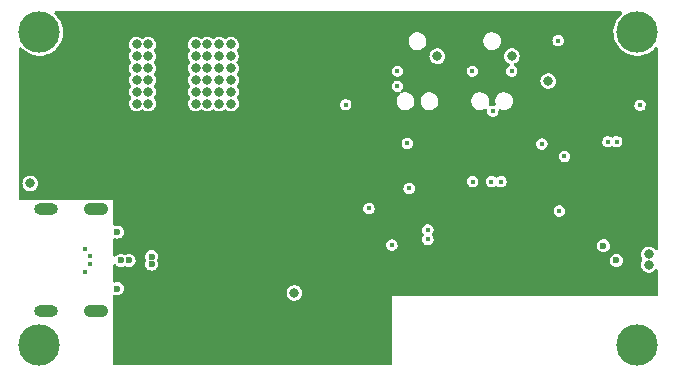
<source format=gbr>
%TF.GenerationSoftware,KiCad,Pcbnew,(6.0.0-0)*%
%TF.CreationDate,2022-04-04T00:22:25-07:00*%
%TF.ProjectId,aeroh_one,6165726f-685f-46f6-9e65-2e6b69636164,rev?*%
%TF.SameCoordinates,Original*%
%TF.FileFunction,Copper,L2,Inr*%
%TF.FilePolarity,Positive*%
%FSLAX46Y46*%
G04 Gerber Fmt 4.6, Leading zero omitted, Abs format (unit mm)*
G04 Created by KiCad (PCBNEW (6.0.0-0)) date 2022-04-04 00:22:25*
%MOMM*%
%LPD*%
G01*
G04 APERTURE LIST*
%TA.AperFunction,ComponentPad*%
%ADD10O,2.100000X1.050000*%
%TD*%
%TA.AperFunction,ComponentPad*%
%ADD11O,2.000000X1.000000*%
%TD*%
%TA.AperFunction,ComponentPad*%
%ADD12C,3.500000*%
%TD*%
%TA.AperFunction,ViaPad*%
%ADD13C,0.800000*%
%TD*%
%TA.AperFunction,ViaPad*%
%ADD14C,0.600000*%
%TD*%
%TA.AperFunction,ViaPad*%
%ADD15C,0.450000*%
%TD*%
G04 APERTURE END LIST*
D10*
%TO.N,unconnected-(J1-PadS1)*%
%TO.C,J1*%
X132630000Y-121912156D03*
D11*
%TO.N,unconnected-(J1-PadS2)*%
X128450000Y-121912156D03*
%TO.N,unconnected-(J1-PadS3)*%
X128450000Y-130552156D03*
D10*
%TO.N,unconnected-(J1-PadS4)*%
X132630000Y-130552156D03*
%TD*%
D12*
%TO.N,*%
%TO.C,REF\u002A\u002A*%
X178467000Y-133382000D03*
%TD*%
%TO.N,*%
%TO.C,REF\u002A\u002A*%
X178467000Y-106902000D03*
%TD*%
%TO.N,*%
%TO.C,REF\u002A\u002A*%
X127857000Y-106902000D03*
%TD*%
%TO.N,*%
%TO.C,REF\u002A\u002A*%
X127857000Y-133382000D03*
%TD*%
D13*
%TO.N,GND*%
X179354480Y-123956000D03*
X174900000Y-119665000D03*
X177669100Y-119176800D03*
D14*
X134460400Y-129432156D03*
X134460400Y-130090156D03*
X134460400Y-130725156D03*
X134460400Y-122343156D03*
X134460400Y-121708156D03*
D15*
X179514500Y-112505000D03*
D13*
X149512000Y-132922000D03*
D14*
X169626280Y-114980720D03*
X166753540Y-122689620D03*
D13*
X133082000Y-118472000D03*
X179354480Y-128310300D03*
X134082000Y-116472000D03*
D14*
X168722040Y-122687080D03*
D13*
X136012000Y-132922000D03*
X150233380Y-111712000D03*
X148282000Y-107062000D03*
X144132000Y-121085345D03*
X159272000Y-128615000D03*
X167852000Y-111492000D03*
X147282000Y-110062000D03*
X139750000Y-129732156D03*
X127082000Y-110521600D03*
X160655000Y-128615000D03*
X139750000Y-122712000D03*
X131392000Y-108682000D03*
D14*
X166745920Y-124640340D03*
D13*
X142132000Y-121085345D03*
X127142000Y-112821600D03*
X133082000Y-116472000D03*
X147282000Y-108062000D03*
X141132000Y-121085345D03*
X134082000Y-117472000D03*
X150302000Y-121892000D03*
X133105345Y-117482593D03*
X133902000Y-106472000D03*
D14*
X134460400Y-123032156D03*
D13*
X131392000Y-107782000D03*
X135012000Y-132922000D03*
X135012000Y-133922000D03*
X148282000Y-109062000D03*
D14*
X169626280Y-114320320D03*
D13*
X143132000Y-120085345D03*
X144132000Y-120085345D03*
X148522593Y-133898655D03*
X133082000Y-115472000D03*
D14*
X168719500Y-124620020D03*
D13*
X149512000Y-133922000D03*
X127116600Y-115121600D03*
X156083000Y-111712000D03*
X147282000Y-109062000D03*
D14*
X139705500Y-126232156D03*
D13*
X151612000Y-128352000D03*
D14*
X140340500Y-126232156D03*
D13*
X148258655Y-108051407D03*
X143142593Y-121062000D03*
X134082000Y-115472000D03*
X148512000Y-132922000D03*
X142132000Y-120085345D03*
X147282000Y-107062000D03*
X141132000Y-120085345D03*
X134082000Y-118472000D03*
X132192000Y-106482000D03*
X139750000Y-118571600D03*
X136012000Y-133922000D03*
X132142000Y-119721600D03*
X160692000Y-118702000D03*
X148282000Y-110062000D03*
X133052000Y-106472000D03*
D14*
%TO.N,VBUS*%
X134460400Y-128632156D03*
D13*
X127082000Y-119721600D03*
D14*
X135450000Y-126232156D03*
X137356000Y-126552156D03*
X134460400Y-123832156D03*
X137356000Y-125932156D03*
X134750000Y-126232156D03*
D13*
%TO.N,+3V3*%
X144082000Y-111962000D03*
X143082000Y-111962000D03*
X143082000Y-112962000D03*
X141082000Y-107962000D03*
X137082000Y-108962000D03*
X136082000Y-107962000D03*
X137082000Y-111962000D03*
D14*
X175609000Y-125000000D03*
D13*
X142082000Y-107962000D03*
X144058655Y-108951407D03*
X141082000Y-112962000D03*
X141082000Y-108962000D03*
X167852000Y-108952000D03*
X136082000Y-112962000D03*
X136082000Y-109962000D03*
D15*
X178712000Y-113105000D03*
D13*
X137082000Y-110962000D03*
X137082000Y-109962000D03*
X141082000Y-109962000D03*
X137082000Y-112962000D03*
X136082000Y-110962000D03*
X143082000Y-110962000D03*
X144082000Y-110962000D03*
X144082000Y-112962000D03*
X149442000Y-128992000D03*
X141082000Y-111962000D03*
X137082000Y-107962000D03*
X179451000Y-126619000D03*
X143082000Y-107962000D03*
X141082000Y-110962000D03*
X142082000Y-108962000D03*
X144082000Y-107962000D03*
X136082000Y-111962000D03*
D14*
X176712700Y-126235300D03*
D13*
X143082000Y-108962000D03*
X142082000Y-109962000D03*
X161542000Y-108952000D03*
X142082000Y-110962000D03*
X143082000Y-109962000D03*
X136082000Y-108962000D03*
X179451000Y-125730000D03*
X142082000Y-111962000D03*
X170942000Y-111062000D03*
X142082000Y-112962000D03*
X144082000Y-109962000D03*
D15*
%TO.N,EN*%
X159000000Y-116332000D03*
X171877000Y-122065000D03*
%TO.N,/IR_RECV_PIN*%
X153797000Y-113062000D03*
X176742000Y-116193980D03*
%TO.N,USB_N*%
X131750000Y-125257156D03*
X132100000Y-126582156D03*
%TO.N,USB_P*%
X132100000Y-125882156D03*
X131750000Y-127207156D03*
%TO.N,/nRESET*%
X166242000Y-113612000D03*
X175998000Y-116193980D03*
%TO.N,MOSI*%
X167852000Y-110222000D03*
X170402000Y-116382000D03*
%TO.N,SCK*%
X172307000Y-117442000D03*
X164512000Y-110222000D03*
%TO.N,TXD0*%
X158172000Y-110222000D03*
X160742000Y-124465000D03*
%TO.N,RXD0*%
X160742000Y-123665000D03*
X158172000Y-111492000D03*
%TO.N,BUTTON_IN*%
X166935000Y-119562000D03*
X157702000Y-124942000D03*
%TO.N,/IR_EMITTER_A*%
X171782000Y-107632000D03*
%TO.N,RGB_LED_DIN*%
X155762000Y-121842000D03*
X166135000Y-119562000D03*
%TO.N,IO8*%
X164535000Y-119562000D03*
X159162000Y-120142000D03*
%TD*%
%TA.AperFunction,Conductor*%
%TO.N,GND*%
G36*
X177146614Y-105176002D02*
G01*
X177193107Y-105229658D01*
X177203211Y-105299932D01*
X177173717Y-105364512D01*
X177165469Y-105373166D01*
X176980623Y-105549501D01*
X176977867Y-105552997D01*
X176977866Y-105552998D01*
X176943291Y-105596856D01*
X176804882Y-105772426D01*
X176802645Y-105776278D01*
X176664540Y-106014042D01*
X176664537Y-106014048D01*
X176662306Y-106017889D01*
X176660636Y-106022012D01*
X176557411Y-106276861D01*
X176557408Y-106276869D01*
X176555738Y-106280993D01*
X176487305Y-106556488D01*
X176458372Y-106838876D01*
X176460852Y-106902000D01*
X176468738Y-107102709D01*
X176469516Y-107122524D01*
X176520516Y-107401772D01*
X176521925Y-107405995D01*
X176607885Y-107663649D01*
X176610353Y-107671048D01*
X176636230Y-107722835D01*
X176722355Y-107895198D01*
X176737236Y-107924980D01*
X176898631Y-108158500D01*
X176938587Y-108201724D01*
X177082290Y-108357181D01*
X177091320Y-108366950D01*
X177094774Y-108369762D01*
X177308001Y-108543356D01*
X177308005Y-108543359D01*
X177311458Y-108546170D01*
X177554652Y-108692585D01*
X177558747Y-108694319D01*
X177558749Y-108694320D01*
X177741820Y-108771840D01*
X177816049Y-108803272D01*
X177820342Y-108804410D01*
X177820347Y-108804412D01*
X177963898Y-108842473D01*
X178090435Y-108876024D01*
X178372334Y-108909389D01*
X178656122Y-108902701D01*
X178660517Y-108901969D01*
X178660522Y-108901969D01*
X178931734Y-108856827D01*
X178931738Y-108856826D01*
X178936136Y-108856094D01*
X179119710Y-108798037D01*
X179202544Y-108771840D01*
X179202546Y-108771839D01*
X179206790Y-108770497D01*
X179210801Y-108768571D01*
X179210806Y-108768569D01*
X179458665Y-108649549D01*
X179458666Y-108649548D01*
X179462684Y-108647619D01*
X179631939Y-108534526D01*
X179695002Y-108492389D01*
X179695006Y-108492386D01*
X179698710Y-108489911D01*
X179702027Y-108486940D01*
X179702031Y-108486937D01*
X179906845Y-108303490D01*
X179910161Y-108300520D01*
X179913024Y-108297114D01*
X179913031Y-108297107D01*
X179990549Y-108204888D01*
X180049693Y-108165613D01*
X180120682Y-108164548D01*
X180180977Y-108202032D01*
X180211435Y-108266163D01*
X180213000Y-108285963D01*
X180213000Y-125277344D01*
X180192998Y-125345465D01*
X180139342Y-125391958D01*
X180069068Y-125402062D01*
X180004488Y-125372568D01*
X179983160Y-125348711D01*
X179949855Y-125300251D01*
X179949854Y-125300249D01*
X179945553Y-125293992D01*
X179827275Y-125188611D01*
X179819889Y-125184700D01*
X179693988Y-125118039D01*
X179693989Y-125118039D01*
X179687274Y-125114484D01*
X179533633Y-125075892D01*
X179526034Y-125075852D01*
X179526033Y-125075852D01*
X179460181Y-125075507D01*
X179375221Y-125075062D01*
X179367841Y-125076834D01*
X179367839Y-125076834D01*
X179228563Y-125110271D01*
X179228560Y-125110272D01*
X179221184Y-125112043D01*
X179080414Y-125184700D01*
X178961039Y-125288838D01*
X178869950Y-125418444D01*
X178858504Y-125447801D01*
X178815459Y-125558207D01*
X178812406Y-125566037D01*
X178811414Y-125573570D01*
X178811414Y-125573571D01*
X178795003Y-125698231D01*
X178791729Y-125723096D01*
X178792563Y-125730646D01*
X178807804Y-125868693D01*
X178809113Y-125880553D01*
X178811723Y-125887684D01*
X178811723Y-125887686D01*
X178839389Y-125963286D01*
X178863553Y-126029319D01*
X178867788Y-126035622D01*
X178867792Y-126035629D01*
X178913922Y-126104277D01*
X178935315Y-126171974D01*
X178916711Y-126240490D01*
X178912428Y-126247004D01*
X178869950Y-126307444D01*
X178864603Y-126321159D01*
X178815855Y-126446192D01*
X178812406Y-126455037D01*
X178811414Y-126462570D01*
X178811414Y-126462571D01*
X178795671Y-126582156D01*
X178791729Y-126612096D01*
X178798378Y-126672323D01*
X178805681Y-126738463D01*
X178809113Y-126769553D01*
X178811723Y-126776684D01*
X178811723Y-126776686D01*
X178839667Y-126853046D01*
X178863553Y-126918319D01*
X178867789Y-126924622D01*
X178867789Y-126924623D01*
X178946872Y-127042310D01*
X178951908Y-127049805D01*
X178957527Y-127054918D01*
X178957528Y-127054919D01*
X179063460Y-127151309D01*
X179069076Y-127156419D01*
X179208293Y-127232008D01*
X179361522Y-127272207D01*
X179445477Y-127273526D01*
X179512319Y-127274576D01*
X179512322Y-127274576D01*
X179519916Y-127274695D01*
X179674332Y-127239329D01*
X179750068Y-127201238D01*
X179809072Y-127171563D01*
X179809075Y-127171561D01*
X179815855Y-127168151D01*
X179821626Y-127163222D01*
X179821629Y-127163220D01*
X179930536Y-127070204D01*
X179930536Y-127070203D01*
X179936314Y-127065269D01*
X179984679Y-126997962D01*
X180040673Y-126954316D01*
X180111376Y-126947870D01*
X180174340Y-126980673D01*
X180209575Y-127042310D01*
X180213000Y-127071490D01*
X180213000Y-129160000D01*
X180192998Y-129228121D01*
X180139342Y-129274614D01*
X180087000Y-129286000D01*
X157734000Y-129286000D01*
X157734000Y-135002000D01*
X157713998Y-135070121D01*
X157660342Y-135116614D01*
X157608000Y-135128000D01*
X134230000Y-135128000D01*
X134161879Y-135107998D01*
X134115386Y-135054342D01*
X134104000Y-135002000D01*
X134104000Y-129273290D01*
X134124002Y-129205169D01*
X134177658Y-129158676D01*
X134247932Y-129148572D01*
X134278218Y-129156881D01*
X134308016Y-129169224D01*
X134308019Y-129169225D01*
X134315646Y-129172384D01*
X134460400Y-129191441D01*
X134468588Y-129190363D01*
X134596966Y-129173462D01*
X134605154Y-129172384D01*
X134740043Y-129116511D01*
X134746596Y-129111483D01*
X134849321Y-129032659D01*
X134849324Y-129032656D01*
X134855874Y-129027630D01*
X134872620Y-129005807D01*
X134888512Y-128985096D01*
X148782729Y-128985096D01*
X148786702Y-129021079D01*
X148797587Y-129119671D01*
X148800113Y-129142553D01*
X148802723Y-129149684D01*
X148802723Y-129149686D01*
X148848009Y-129273436D01*
X148854553Y-129291319D01*
X148942908Y-129422805D01*
X148948527Y-129427918D01*
X148948528Y-129427919D01*
X148959903Y-129438269D01*
X149060076Y-129529419D01*
X149199293Y-129605008D01*
X149352522Y-129645207D01*
X149436477Y-129646526D01*
X149503319Y-129647576D01*
X149503322Y-129647576D01*
X149510916Y-129647695D01*
X149665332Y-129612329D01*
X149735742Y-129576917D01*
X149800072Y-129544563D01*
X149800075Y-129544561D01*
X149806855Y-129541151D01*
X149812626Y-129536222D01*
X149812629Y-129536220D01*
X149921536Y-129443204D01*
X149921536Y-129443203D01*
X149927314Y-129438269D01*
X150019755Y-129309624D01*
X150078842Y-129162641D01*
X150101162Y-129005807D01*
X150101307Y-128992000D01*
X150082276Y-128834733D01*
X150026280Y-128686546D01*
X149988899Y-128632156D01*
X149940855Y-128562251D01*
X149940854Y-128562249D01*
X149936553Y-128555992D01*
X149818275Y-128450611D01*
X149810889Y-128446700D01*
X149684988Y-128380039D01*
X149684989Y-128380039D01*
X149678274Y-128376484D01*
X149524633Y-128337892D01*
X149517034Y-128337852D01*
X149517033Y-128337852D01*
X149451181Y-128337507D01*
X149366221Y-128337062D01*
X149358841Y-128338834D01*
X149358839Y-128338834D01*
X149219563Y-128372271D01*
X149219560Y-128372272D01*
X149212184Y-128374043D01*
X149071414Y-128446700D01*
X148952039Y-128550838D01*
X148860950Y-128680444D01*
X148858190Y-128687524D01*
X148823340Y-128776910D01*
X148803406Y-128828037D01*
X148802414Y-128835570D01*
X148802414Y-128835571D01*
X148792379Y-128911798D01*
X148782729Y-128985096D01*
X134888512Y-128985096D01*
X134939728Y-128918349D01*
X134944755Y-128911798D01*
X134973554Y-128842273D01*
X134997469Y-128784536D01*
X135000628Y-128776910D01*
X135019685Y-128632156D01*
X135009866Y-128557572D01*
X135001706Y-128495588D01*
X135001705Y-128495586D01*
X135000628Y-128487402D01*
X134980822Y-128439586D01*
X134947915Y-128360142D01*
X134947914Y-128360140D01*
X134944755Y-128352514D01*
X134855874Y-128236682D01*
X134849324Y-128231656D01*
X134849321Y-128231653D01*
X134746596Y-128152829D01*
X134746594Y-128152828D01*
X134740043Y-128147801D01*
X134605154Y-128091928D01*
X134460400Y-128072871D01*
X134452212Y-128073949D01*
X134323832Y-128090850D01*
X134323830Y-128090851D01*
X134315646Y-128091928D01*
X134278219Y-128107431D01*
X134207629Y-128115020D01*
X134144142Y-128083241D01*
X134107914Y-128022183D01*
X134104000Y-127991022D01*
X134104000Y-126672323D01*
X134124002Y-126604202D01*
X134177658Y-126557709D01*
X134247932Y-126547605D01*
X134312512Y-126577099D01*
X134329962Y-126595619D01*
X134349495Y-126621075D01*
X134349499Y-126621079D01*
X134354526Y-126627630D01*
X134361076Y-126632656D01*
X134361079Y-126632659D01*
X134463804Y-126711483D01*
X134470357Y-126716511D01*
X134605246Y-126772384D01*
X134613434Y-126773462D01*
X134637923Y-126776686D01*
X134750000Y-126791441D01*
X134758188Y-126790363D01*
X134763673Y-126789641D01*
X134862077Y-126776686D01*
X134886566Y-126773462D01*
X134894754Y-126772384D01*
X134919816Y-126762003D01*
X135022015Y-126719671D01*
X135022017Y-126719670D01*
X135029643Y-126716511D01*
X135036196Y-126711483D01*
X135037000Y-126711019D01*
X135105995Y-126694281D01*
X135163000Y-126711019D01*
X135163804Y-126711483D01*
X135170357Y-126716511D01*
X135177983Y-126719670D01*
X135177985Y-126719671D01*
X135280184Y-126762003D01*
X135305246Y-126772384D01*
X135313434Y-126773462D01*
X135337923Y-126776686D01*
X135450000Y-126791441D01*
X135458188Y-126790363D01*
X135463673Y-126789641D01*
X135562077Y-126776686D01*
X135586566Y-126773462D01*
X135594754Y-126772384D01*
X135729643Y-126716511D01*
X135736196Y-126711483D01*
X135838921Y-126632659D01*
X135838924Y-126632656D01*
X135845474Y-126627630D01*
X135851601Y-126619646D01*
X135903387Y-126552156D01*
X136796715Y-126552156D01*
X136815772Y-126696910D01*
X136822200Y-126712429D01*
X136856231Y-126794585D01*
X136871645Y-126831798D01*
X136960526Y-126947630D01*
X136967076Y-126952656D01*
X136967079Y-126952659D01*
X137069804Y-127031483D01*
X137076357Y-127036511D01*
X137211246Y-127092384D01*
X137356000Y-127111441D01*
X137364188Y-127110363D01*
X137492566Y-127093462D01*
X137500754Y-127092384D01*
X137635643Y-127036511D01*
X137642196Y-127031483D01*
X137744921Y-126952659D01*
X137744924Y-126952656D01*
X137751474Y-126947630D01*
X137840355Y-126831798D01*
X137855770Y-126794585D01*
X137889800Y-126712429D01*
X137896228Y-126696910D01*
X137915285Y-126552156D01*
X137901335Y-126446192D01*
X137897306Y-126415588D01*
X137897305Y-126415586D01*
X137896228Y-126407402D01*
X137847753Y-126290374D01*
X137841832Y-126235300D01*
X176153415Y-126235300D01*
X176154493Y-126243488D01*
X176164065Y-126316192D01*
X176172472Y-126380054D01*
X176175631Y-126387680D01*
X176199868Y-126446192D01*
X176228345Y-126514942D01*
X176253408Y-126547605D01*
X176309784Y-126621075D01*
X176317226Y-126630774D01*
X176323776Y-126635800D01*
X176323779Y-126635803D01*
X176421802Y-126711019D01*
X176433057Y-126719655D01*
X176567946Y-126775528D01*
X176712700Y-126794585D01*
X176720888Y-126793507D01*
X176744770Y-126790363D01*
X176857454Y-126775528D01*
X176992343Y-126719655D01*
X177003598Y-126711019D01*
X177101621Y-126635803D01*
X177101624Y-126635800D01*
X177108174Y-126630774D01*
X177115617Y-126621075D01*
X177171992Y-126547605D01*
X177197055Y-126514942D01*
X177225533Y-126446192D01*
X177249769Y-126387680D01*
X177252928Y-126380054D01*
X177261336Y-126316192D01*
X177270907Y-126243488D01*
X177271985Y-126235300D01*
X177252928Y-126090546D01*
X177197055Y-125955658D01*
X177133632Y-125873003D01*
X177113201Y-125846377D01*
X177113200Y-125846376D01*
X177108174Y-125839826D01*
X177101624Y-125834800D01*
X177101621Y-125834797D01*
X176998896Y-125755973D01*
X176998894Y-125755972D01*
X176992343Y-125750945D01*
X176857454Y-125695072D01*
X176825385Y-125690850D01*
X176720888Y-125677093D01*
X176712700Y-125676015D01*
X176704512Y-125677093D01*
X176576132Y-125693994D01*
X176576130Y-125693995D01*
X176567946Y-125695072D01*
X176520130Y-125714878D01*
X176440686Y-125747785D01*
X176440684Y-125747786D01*
X176433058Y-125750945D01*
X176317226Y-125839826D01*
X176228345Y-125955658D01*
X176172472Y-126090546D01*
X176153415Y-126235300D01*
X137841832Y-126235300D01*
X137840164Y-126219785D01*
X137847753Y-126193937D01*
X137856191Y-126173568D01*
X137896228Y-126076910D01*
X137902494Y-126029319D01*
X137914207Y-125940344D01*
X137915285Y-125932156D01*
X137910261Y-125893992D01*
X137897306Y-125795588D01*
X137897305Y-125795586D01*
X137896228Y-125787402D01*
X137857990Y-125695088D01*
X137843515Y-125660142D01*
X137843514Y-125660140D01*
X137840355Y-125652514D01*
X137751474Y-125536682D01*
X137744924Y-125531656D01*
X137744921Y-125531653D01*
X137642196Y-125452829D01*
X137642194Y-125452828D01*
X137635643Y-125447801D01*
X137500754Y-125391928D01*
X137477929Y-125388923D01*
X137424712Y-125381917D01*
X137356000Y-125372871D01*
X137332255Y-125375997D01*
X137219432Y-125390850D01*
X137219430Y-125390851D01*
X137211246Y-125391928D01*
X137186781Y-125402062D01*
X137083986Y-125444641D01*
X137083984Y-125444642D01*
X137076358Y-125447801D01*
X136960526Y-125536682D01*
X136871645Y-125652514D01*
X136868486Y-125660140D01*
X136868485Y-125660142D01*
X136854010Y-125695088D01*
X136815772Y-125787402D01*
X136814695Y-125795586D01*
X136814694Y-125795588D01*
X136801739Y-125893992D01*
X136796715Y-125932156D01*
X136797793Y-125940344D01*
X136809507Y-126029319D01*
X136815772Y-126076910D01*
X136855810Y-126173568D01*
X136864247Y-126193937D01*
X136871836Y-126264527D01*
X136864248Y-126290372D01*
X136815772Y-126407402D01*
X136814695Y-126415586D01*
X136814694Y-126415588D01*
X136810665Y-126446192D01*
X136796715Y-126552156D01*
X135903387Y-126552156D01*
X135929328Y-126518349D01*
X135934355Y-126511798D01*
X135957867Y-126455037D01*
X135987069Y-126384536D01*
X135990228Y-126376910D01*
X136001621Y-126290375D01*
X136008207Y-126240344D01*
X136009285Y-126232156D01*
X135990228Y-126087402D01*
X135934355Y-125952514D01*
X135889915Y-125894598D01*
X135850501Y-125843233D01*
X135850500Y-125843232D01*
X135845474Y-125836682D01*
X135838924Y-125831656D01*
X135838921Y-125831653D01*
X135736196Y-125752829D01*
X135736194Y-125752828D01*
X135729643Y-125747801D01*
X135594754Y-125691928D01*
X135450000Y-125672871D01*
X135441812Y-125673949D01*
X135313432Y-125690850D01*
X135313430Y-125690851D01*
X135305246Y-125691928D01*
X135170358Y-125747801D01*
X135163810Y-125752825D01*
X135163000Y-125753293D01*
X135094005Y-125770031D01*
X135037000Y-125753293D01*
X135036193Y-125752827D01*
X135029643Y-125747801D01*
X135022017Y-125744642D01*
X135022015Y-125744641D01*
X134902383Y-125695088D01*
X134894754Y-125691928D01*
X134750000Y-125672871D01*
X134741812Y-125673949D01*
X134613432Y-125690850D01*
X134613430Y-125690851D01*
X134605246Y-125691928D01*
X134590027Y-125698232D01*
X134477986Y-125744641D01*
X134477984Y-125744642D01*
X134470358Y-125747801D01*
X134354526Y-125836682D01*
X134349503Y-125843228D01*
X134349499Y-125843232D01*
X134329962Y-125868693D01*
X134272624Y-125910560D01*
X134201753Y-125914782D01*
X134139850Y-125880018D01*
X134106569Y-125817305D01*
X134104000Y-125791989D01*
X134104000Y-124936082D01*
X157217605Y-124936082D01*
X157218769Y-124944984D01*
X157218769Y-124944987D01*
X157225461Y-124996159D01*
X157235414Y-125072273D01*
X157252134Y-125110271D01*
X157287079Y-125189689D01*
X157290732Y-125197992D01*
X157379111Y-125303132D01*
X157493447Y-125379240D01*
X157561506Y-125400503D01*
X157603568Y-125413644D01*
X157624549Y-125420199D01*
X157761876Y-125422716D01*
X157771109Y-125420199D01*
X157843354Y-125400503D01*
X157894391Y-125386589D01*
X158011439Y-125314721D01*
X158034867Y-125288838D01*
X158097584Y-125219550D01*
X158097585Y-125219549D01*
X158103612Y-125212890D01*
X158118957Y-125181219D01*
X158159585Y-125097362D01*
X158159585Y-125097361D01*
X158163499Y-125089283D01*
X158178520Y-125000000D01*
X175049715Y-125000000D01*
X175050793Y-125008188D01*
X175064924Y-125115522D01*
X175068772Y-125144754D01*
X175071931Y-125152380D01*
X175120234Y-125268992D01*
X175124645Y-125279642D01*
X175169085Y-125337558D01*
X175195950Y-125372568D01*
X175213526Y-125395474D01*
X175220076Y-125400500D01*
X175220079Y-125400503D01*
X175322804Y-125479327D01*
X175329357Y-125484355D01*
X175464246Y-125540228D01*
X175472434Y-125541306D01*
X175536623Y-125549757D01*
X175609000Y-125559285D01*
X175617188Y-125558207D01*
X175745566Y-125541306D01*
X175753754Y-125540228D01*
X175888643Y-125484355D01*
X175895196Y-125479327D01*
X175997921Y-125400503D01*
X175997924Y-125400500D01*
X176004474Y-125395474D01*
X176022051Y-125372568D01*
X176048915Y-125337558D01*
X176093355Y-125279642D01*
X176097767Y-125268992D01*
X176146069Y-125152380D01*
X176149228Y-125144754D01*
X176153077Y-125115522D01*
X176167207Y-125008188D01*
X176168285Y-125000000D01*
X176162839Y-124958633D01*
X176150306Y-124863432D01*
X176150305Y-124863430D01*
X176149228Y-124855246D01*
X176123131Y-124792243D01*
X176096515Y-124727986D01*
X176096514Y-124727984D01*
X176093355Y-124720358D01*
X176048915Y-124662442D01*
X176009501Y-124611077D01*
X176009500Y-124611076D01*
X176004474Y-124604526D01*
X175997924Y-124599500D01*
X175997921Y-124599497D01*
X175895196Y-124520673D01*
X175895194Y-124520672D01*
X175888643Y-124515645D01*
X175767493Y-124465463D01*
X175761383Y-124462932D01*
X175753754Y-124459772D01*
X175609000Y-124440715D01*
X175600812Y-124441793D01*
X175472432Y-124458694D01*
X175472430Y-124458695D01*
X175464246Y-124459772D01*
X175431611Y-124473290D01*
X175336986Y-124512485D01*
X175336984Y-124512486D01*
X175329358Y-124515645D01*
X175213526Y-124604526D01*
X175124645Y-124720358D01*
X175121486Y-124727984D01*
X175121485Y-124727986D01*
X175094869Y-124792243D01*
X175068772Y-124855246D01*
X175067695Y-124863430D01*
X175067694Y-124863432D01*
X175055161Y-124958633D01*
X175049715Y-125000000D01*
X158178520Y-125000000D01*
X158186286Y-124953836D01*
X158186431Y-124942000D01*
X158185584Y-124936082D01*
X158168232Y-124814923D01*
X158168232Y-124814921D01*
X158166959Y-124806036D01*
X158110110Y-124681003D01*
X158020453Y-124576951D01*
X157905196Y-124502244D01*
X157773603Y-124462890D01*
X157764627Y-124462835D01*
X157764626Y-124462835D01*
X157707080Y-124462484D01*
X157636255Y-124462051D01*
X157504192Y-124499795D01*
X157496605Y-124504582D01*
X157496603Y-124504583D01*
X157479071Y-124515645D01*
X157388031Y-124573087D01*
X157382088Y-124579816D01*
X157368437Y-124595273D01*
X157297109Y-124676036D01*
X157293295Y-124684159D01*
X157293294Y-124684161D01*
X157265881Y-124742550D01*
X157238736Y-124800366D01*
X157232920Y-124837721D01*
X157218986Y-124927209D01*
X157218986Y-124927213D01*
X157217605Y-124936082D01*
X134104000Y-124936082D01*
X134104000Y-124473290D01*
X134108172Y-124459082D01*
X160257605Y-124459082D01*
X160258769Y-124467984D01*
X160258769Y-124467987D01*
X160260554Y-124481633D01*
X160275414Y-124595273D01*
X160330732Y-124720992D01*
X160336510Y-124727865D01*
X160336510Y-124727866D01*
X160404905Y-124809232D01*
X160419111Y-124826132D01*
X160533447Y-124902240D01*
X160613368Y-124927209D01*
X160645258Y-124937172D01*
X160664549Y-124943199D01*
X160801876Y-124945716D01*
X160811109Y-124943199D01*
X160925727Y-124911951D01*
X160934391Y-124909589D01*
X161051439Y-124837721D01*
X161069833Y-124817400D01*
X161137584Y-124742550D01*
X161137585Y-124742549D01*
X161143612Y-124735890D01*
X161151138Y-124720358D01*
X161199585Y-124620362D01*
X161199585Y-124620361D01*
X161203499Y-124612283D01*
X161226286Y-124476836D01*
X161226431Y-124465000D01*
X161225683Y-124459772D01*
X161208232Y-124337923D01*
X161208232Y-124337921D01*
X161206959Y-124329036D01*
X161150110Y-124204003D01*
X161101224Y-124147268D01*
X161071911Y-124082608D01*
X161082210Y-124012363D01*
X161103263Y-123980467D01*
X161137584Y-123942550D01*
X161137585Y-123942549D01*
X161143612Y-123935890D01*
X161150509Y-123921656D01*
X161199585Y-123820362D01*
X161199585Y-123820361D01*
X161203499Y-123812283D01*
X161226286Y-123676836D01*
X161226431Y-123665000D01*
X161225584Y-123659082D01*
X161208232Y-123537923D01*
X161208232Y-123537921D01*
X161206959Y-123529036D01*
X161150110Y-123404003D01*
X161060453Y-123299951D01*
X160945196Y-123225244D01*
X160813603Y-123185890D01*
X160804627Y-123185835D01*
X160804626Y-123185835D01*
X160747080Y-123185484D01*
X160676255Y-123185051D01*
X160544192Y-123222795D01*
X160536605Y-123227582D01*
X160536603Y-123227583D01*
X160474850Y-123266546D01*
X160428031Y-123296087D01*
X160337109Y-123399036D01*
X160278736Y-123523366D01*
X160275218Y-123545963D01*
X160258986Y-123650209D01*
X160258986Y-123650213D01*
X160257605Y-123659082D01*
X160258769Y-123667984D01*
X160258769Y-123667987D01*
X160266509Y-123727177D01*
X160275414Y-123795273D01*
X160330732Y-123920992D01*
X160336510Y-123927865D01*
X160336510Y-123927866D01*
X160383730Y-123984041D01*
X160412251Y-124049057D01*
X160401095Y-124119171D01*
X160381720Y-124148524D01*
X160337109Y-124199036D01*
X160278736Y-124323366D01*
X160273518Y-124356881D01*
X160258986Y-124450209D01*
X160258986Y-124450213D01*
X160257605Y-124459082D01*
X134108172Y-124459082D01*
X134124002Y-124405169D01*
X134177658Y-124358676D01*
X134247932Y-124348572D01*
X134278218Y-124356881D01*
X134308016Y-124369224D01*
X134308019Y-124369225D01*
X134315646Y-124372384D01*
X134460400Y-124391441D01*
X134468588Y-124390363D01*
X134596966Y-124373462D01*
X134605154Y-124372384D01*
X134740043Y-124316511D01*
X134746596Y-124311483D01*
X134849321Y-124232659D01*
X134849324Y-124232656D01*
X134855874Y-124227630D01*
X134871581Y-124207161D01*
X134939728Y-124118349D01*
X134944755Y-124111798D01*
X134949663Y-124099951D01*
X134997469Y-123984536D01*
X135000628Y-123976910D01*
X135006029Y-123935890D01*
X135018607Y-123840344D01*
X135019685Y-123832156D01*
X135016559Y-123808411D01*
X135001706Y-123695588D01*
X135001705Y-123695586D01*
X135000628Y-123687402D01*
X134944755Y-123552514D01*
X134855874Y-123436682D01*
X134849324Y-123431656D01*
X134849321Y-123431653D01*
X134746596Y-123352829D01*
X134746594Y-123352828D01*
X134740043Y-123347801D01*
X134605154Y-123291928D01*
X134460400Y-123272871D01*
X134452212Y-123273949D01*
X134323832Y-123290850D01*
X134323830Y-123290851D01*
X134315646Y-123291928D01*
X134279856Y-123306753D01*
X134278219Y-123307431D01*
X134207629Y-123315020D01*
X134144142Y-123283241D01*
X134107914Y-123222183D01*
X134104000Y-123191022D01*
X134104000Y-121836082D01*
X155277605Y-121836082D01*
X155278769Y-121844984D01*
X155278769Y-121844987D01*
X155280554Y-121858633D01*
X155295414Y-121972273D01*
X155350732Y-122097992D01*
X155439111Y-122203132D01*
X155553447Y-122279240D01*
X155649630Y-122309290D01*
X155660777Y-122312772D01*
X155684549Y-122320199D01*
X155821876Y-122322716D01*
X155831109Y-122320199D01*
X155945727Y-122288951D01*
X155954391Y-122286589D01*
X156071439Y-122214721D01*
X156081602Y-122203493D01*
X156157584Y-122119550D01*
X156157585Y-122119549D01*
X156163612Y-122112890D01*
X156184455Y-122069871D01*
X156189682Y-122059082D01*
X171392605Y-122059082D01*
X171393769Y-122067984D01*
X171393769Y-122067987D01*
X171397693Y-122097992D01*
X171410414Y-122195273D01*
X171432801Y-122246151D01*
X171451634Y-122288951D01*
X171465732Y-122320992D01*
X171471510Y-122327865D01*
X171471510Y-122327866D01*
X171548331Y-122419256D01*
X171554111Y-122426132D01*
X171668447Y-122502240D01*
X171799549Y-122543199D01*
X171936876Y-122545716D01*
X171946109Y-122543199D01*
X172060727Y-122511951D01*
X172069391Y-122509589D01*
X172186439Y-122437721D01*
X172278612Y-122335890D01*
X172286215Y-122320199D01*
X172334585Y-122220362D01*
X172334585Y-122220361D01*
X172338499Y-122212283D01*
X172361286Y-122076836D01*
X172361431Y-122065000D01*
X172360584Y-122059082D01*
X172343232Y-121937923D01*
X172343232Y-121937921D01*
X172341959Y-121929036D01*
X172285110Y-121804003D01*
X172195453Y-121699951D01*
X172080196Y-121625244D01*
X171948603Y-121585890D01*
X171939627Y-121585835D01*
X171939626Y-121585835D01*
X171882080Y-121585484D01*
X171811255Y-121585051D01*
X171679192Y-121622795D01*
X171671605Y-121627582D01*
X171671603Y-121627583D01*
X171609850Y-121666546D01*
X171563031Y-121696087D01*
X171557088Y-121702816D01*
X171530404Y-121733030D01*
X171472109Y-121799036D01*
X171468295Y-121807159D01*
X171468294Y-121807161D01*
X171446380Y-121853836D01*
X171413736Y-121923366D01*
X171407508Y-121963368D01*
X171393986Y-122050209D01*
X171393986Y-122050213D01*
X171392605Y-122059082D01*
X156189682Y-122059082D01*
X156219585Y-121997362D01*
X156219585Y-121997361D01*
X156223499Y-121989283D01*
X156246286Y-121853836D01*
X156246431Y-121842000D01*
X156245584Y-121836082D01*
X156228232Y-121714923D01*
X156228232Y-121714921D01*
X156226959Y-121706036D01*
X156222436Y-121696087D01*
X156192444Y-121630125D01*
X156170110Y-121581003D01*
X156080453Y-121476951D01*
X155965196Y-121402244D01*
X155833603Y-121362890D01*
X155824627Y-121362835D01*
X155824626Y-121362835D01*
X155767080Y-121362484D01*
X155696255Y-121362051D01*
X155564192Y-121399795D01*
X155556605Y-121404582D01*
X155556603Y-121404583D01*
X155517570Y-121429211D01*
X155448031Y-121473087D01*
X155357109Y-121576036D01*
X155353295Y-121584159D01*
X155353294Y-121584161D01*
X155350939Y-121589177D01*
X155298736Y-121700366D01*
X155293650Y-121733030D01*
X155278986Y-121827209D01*
X155278986Y-121827213D01*
X155277605Y-121836082D01*
X134104000Y-121836082D01*
X134104000Y-121114000D01*
X126237000Y-121114000D01*
X126168879Y-121093998D01*
X126122386Y-121040342D01*
X126111000Y-120988000D01*
X126111000Y-119714696D01*
X126422729Y-119714696D01*
X126428647Y-119768297D01*
X126435801Y-119833094D01*
X126440113Y-119872153D01*
X126442723Y-119879284D01*
X126442723Y-119879286D01*
X126489107Y-120006036D01*
X126494553Y-120020919D01*
X126582908Y-120152405D01*
X126588527Y-120157518D01*
X126588528Y-120157519D01*
X126599903Y-120167869D01*
X126700076Y-120259019D01*
X126839293Y-120334608D01*
X126992522Y-120374807D01*
X127076477Y-120376126D01*
X127143319Y-120377176D01*
X127143322Y-120377176D01*
X127150916Y-120377295D01*
X127305332Y-120341929D01*
X127375742Y-120306517D01*
X127440072Y-120274163D01*
X127440075Y-120274161D01*
X127446855Y-120270751D01*
X127452626Y-120265822D01*
X127452629Y-120265820D01*
X127561536Y-120172804D01*
X127561536Y-120172803D01*
X127567314Y-120167869D01*
X127590155Y-120136082D01*
X158677605Y-120136082D01*
X158678769Y-120144984D01*
X158678769Y-120144987D01*
X158682407Y-120172804D01*
X158695414Y-120272273D01*
X158750732Y-120397992D01*
X158839111Y-120503132D01*
X158953447Y-120579240D01*
X159084549Y-120620199D01*
X159221876Y-120622716D01*
X159231109Y-120620199D01*
X159345727Y-120588951D01*
X159354391Y-120586589D01*
X159471439Y-120514721D01*
X159563612Y-120412890D01*
X159580916Y-120377176D01*
X159619585Y-120297362D01*
X159619585Y-120297361D01*
X159623499Y-120289283D01*
X159646286Y-120153836D01*
X159646431Y-120142000D01*
X159645584Y-120136082D01*
X159628232Y-120014923D01*
X159628232Y-120014921D01*
X159626959Y-120006036D01*
X159570110Y-119881003D01*
X159480453Y-119776951D01*
X159365196Y-119702244D01*
X159233603Y-119662890D01*
X159224627Y-119662835D01*
X159224626Y-119662835D01*
X159167080Y-119662484D01*
X159096255Y-119662051D01*
X158964192Y-119699795D01*
X158956605Y-119704582D01*
X158956603Y-119704583D01*
X158894850Y-119743546D01*
X158848031Y-119773087D01*
X158842088Y-119779816D01*
X158767206Y-119864603D01*
X158757109Y-119876036D01*
X158753295Y-119884159D01*
X158753294Y-119884161D01*
X158747498Y-119896507D01*
X158698736Y-120000366D01*
X158692168Y-120042551D01*
X158678986Y-120127209D01*
X158678986Y-120127213D01*
X158677605Y-120136082D01*
X127590155Y-120136082D01*
X127659755Y-120039224D01*
X127718842Y-119892241D01*
X127741162Y-119735407D01*
X127741307Y-119721600D01*
X127722276Y-119564333D01*
X127719158Y-119556082D01*
X164050605Y-119556082D01*
X164051769Y-119564984D01*
X164051769Y-119564987D01*
X164053554Y-119578633D01*
X164068414Y-119692273D01*
X164123732Y-119817992D01*
X164129510Y-119824865D01*
X164129510Y-119824866D01*
X164189730Y-119896507D01*
X164212111Y-119923132D01*
X164219588Y-119928109D01*
X164315936Y-119992243D01*
X164326447Y-119999240D01*
X164457549Y-120040199D01*
X164594876Y-120042716D01*
X164604109Y-120040199D01*
X164718727Y-120008951D01*
X164727391Y-120006589D01*
X164844439Y-119934721D01*
X164861153Y-119916256D01*
X164930584Y-119839550D01*
X164930585Y-119839549D01*
X164936612Y-119832890D01*
X164965587Y-119773087D01*
X164992585Y-119717362D01*
X164992585Y-119717361D01*
X164996499Y-119709283D01*
X165019286Y-119573836D01*
X165019431Y-119562000D01*
X165018584Y-119556082D01*
X165650605Y-119556082D01*
X165651769Y-119564984D01*
X165651769Y-119564987D01*
X165653554Y-119578633D01*
X165668414Y-119692273D01*
X165723732Y-119817992D01*
X165729510Y-119824865D01*
X165729510Y-119824866D01*
X165789730Y-119896507D01*
X165812111Y-119923132D01*
X165819588Y-119928109D01*
X165915936Y-119992243D01*
X165926447Y-119999240D01*
X166057549Y-120040199D01*
X166194876Y-120042716D01*
X166204109Y-120040199D01*
X166318727Y-120008951D01*
X166327391Y-120006589D01*
X166444439Y-119934721D01*
X166450463Y-119928066D01*
X166454599Y-119924632D01*
X166519787Y-119896507D01*
X166589833Y-119908091D01*
X166611841Y-119922811D01*
X166612111Y-119923132D01*
X166619588Y-119928109D01*
X166715936Y-119992243D01*
X166726447Y-119999240D01*
X166857549Y-120040199D01*
X166994876Y-120042716D01*
X167004109Y-120040199D01*
X167118727Y-120008951D01*
X167127391Y-120006589D01*
X167244439Y-119934721D01*
X167261153Y-119916256D01*
X167330584Y-119839550D01*
X167330585Y-119839549D01*
X167336612Y-119832890D01*
X167365587Y-119773087D01*
X167392585Y-119717362D01*
X167392585Y-119717361D01*
X167396499Y-119709283D01*
X167419286Y-119573836D01*
X167419431Y-119562000D01*
X167418584Y-119556082D01*
X167401232Y-119434923D01*
X167401232Y-119434921D01*
X167399959Y-119426036D01*
X167343110Y-119301003D01*
X167253453Y-119196951D01*
X167138196Y-119122244D01*
X167006603Y-119082890D01*
X166997627Y-119082835D01*
X166997626Y-119082835D01*
X166940080Y-119082484D01*
X166869255Y-119082051D01*
X166737192Y-119119795D01*
X166729605Y-119124582D01*
X166729603Y-119124583D01*
X166667850Y-119163546D01*
X166621031Y-119193087D01*
X166616000Y-119198783D01*
X166551792Y-119227419D01*
X166481611Y-119216691D01*
X166456200Y-119200139D01*
X166453453Y-119196951D01*
X166338196Y-119122244D01*
X166206603Y-119082890D01*
X166197627Y-119082835D01*
X166197626Y-119082835D01*
X166140080Y-119082484D01*
X166069255Y-119082051D01*
X165937192Y-119119795D01*
X165929605Y-119124582D01*
X165929603Y-119124583D01*
X165867850Y-119163546D01*
X165821031Y-119193087D01*
X165815088Y-119199816D01*
X165790710Y-119227419D01*
X165730109Y-119296036D01*
X165671736Y-119420366D01*
X165662027Y-119482724D01*
X165651986Y-119547209D01*
X165651986Y-119547213D01*
X165650605Y-119556082D01*
X165018584Y-119556082D01*
X165001232Y-119434923D01*
X165001232Y-119434921D01*
X164999959Y-119426036D01*
X164943110Y-119301003D01*
X164853453Y-119196951D01*
X164738196Y-119122244D01*
X164606603Y-119082890D01*
X164597627Y-119082835D01*
X164597626Y-119082835D01*
X164540080Y-119082484D01*
X164469255Y-119082051D01*
X164337192Y-119119795D01*
X164329605Y-119124582D01*
X164329603Y-119124583D01*
X164267850Y-119163546D01*
X164221031Y-119193087D01*
X164215088Y-119199816D01*
X164190710Y-119227419D01*
X164130109Y-119296036D01*
X164071736Y-119420366D01*
X164062027Y-119482724D01*
X164051986Y-119547209D01*
X164051986Y-119547213D01*
X164050605Y-119556082D01*
X127719158Y-119556082D01*
X127666280Y-119416146D01*
X127657814Y-119403828D01*
X127580855Y-119291851D01*
X127580854Y-119291849D01*
X127576553Y-119285592D01*
X127458275Y-119180211D01*
X127450889Y-119176300D01*
X127324988Y-119109639D01*
X127324989Y-119109639D01*
X127318274Y-119106084D01*
X127164633Y-119067492D01*
X127157034Y-119067452D01*
X127157033Y-119067452D01*
X127091181Y-119067107D01*
X127006221Y-119066662D01*
X126998841Y-119068434D01*
X126998839Y-119068434D01*
X126859563Y-119101871D01*
X126859560Y-119101872D01*
X126852184Y-119103643D01*
X126711414Y-119176300D01*
X126592039Y-119280438D01*
X126500950Y-119410044D01*
X126498190Y-119417124D01*
X126447472Y-119547209D01*
X126443406Y-119557637D01*
X126442414Y-119565170D01*
X126442414Y-119565171D01*
X126423726Y-119707125D01*
X126422729Y-119714696D01*
X126111000Y-119714696D01*
X126111000Y-117436082D01*
X171822605Y-117436082D01*
X171823769Y-117444984D01*
X171823769Y-117444987D01*
X171825554Y-117458633D01*
X171840414Y-117572273D01*
X171895732Y-117697992D01*
X171984111Y-117803132D01*
X172098447Y-117879240D01*
X172229549Y-117920199D01*
X172366876Y-117922716D01*
X172376109Y-117920199D01*
X172490727Y-117888951D01*
X172499391Y-117886589D01*
X172616439Y-117814721D01*
X172708612Y-117712890D01*
X172768499Y-117589283D01*
X172791286Y-117453836D01*
X172791431Y-117442000D01*
X172790584Y-117436082D01*
X172773232Y-117314923D01*
X172773232Y-117314921D01*
X172771959Y-117306036D01*
X172715110Y-117181003D01*
X172625453Y-117076951D01*
X172510196Y-117002244D01*
X172378603Y-116962890D01*
X172369627Y-116962835D01*
X172369626Y-116962835D01*
X172312080Y-116962484D01*
X172241255Y-116962051D01*
X172109192Y-116999795D01*
X172101605Y-117004582D01*
X172101603Y-117004583D01*
X172039850Y-117043546D01*
X171993031Y-117073087D01*
X171902109Y-117176036D01*
X171843736Y-117300366D01*
X171834027Y-117362724D01*
X171823986Y-117427209D01*
X171823986Y-117427213D01*
X171822605Y-117436082D01*
X126111000Y-117436082D01*
X126111000Y-116326082D01*
X158515605Y-116326082D01*
X158516769Y-116334984D01*
X158516769Y-116334987D01*
X158520983Y-116367209D01*
X158533414Y-116462273D01*
X158588732Y-116587992D01*
X158594510Y-116594865D01*
X158594510Y-116594866D01*
X158659636Y-116672343D01*
X158677111Y-116693132D01*
X158791447Y-116769240D01*
X158922549Y-116810199D01*
X159059876Y-116812716D01*
X159069109Y-116810199D01*
X159183727Y-116778951D01*
X159192391Y-116776589D01*
X159309439Y-116704721D01*
X159326153Y-116686256D01*
X159395584Y-116609550D01*
X159395585Y-116609549D01*
X159401612Y-116602890D01*
X159416871Y-116571397D01*
X159457585Y-116487362D01*
X159457585Y-116487361D01*
X159461499Y-116479283D01*
X159478861Y-116376082D01*
X169917605Y-116376082D01*
X169918769Y-116384984D01*
X169918769Y-116384987D01*
X169920554Y-116398633D01*
X169935414Y-116512273D01*
X169990732Y-116637992D01*
X170079111Y-116743132D01*
X170193447Y-116819240D01*
X170324549Y-116860199D01*
X170461876Y-116862716D01*
X170471109Y-116860199D01*
X170585727Y-116828951D01*
X170594391Y-116826589D01*
X170711439Y-116754721D01*
X170786012Y-116672334D01*
X170797584Y-116659550D01*
X170797585Y-116659549D01*
X170803612Y-116652890D01*
X170810551Y-116638569D01*
X170859585Y-116537362D01*
X170859585Y-116537361D01*
X170863499Y-116529283D01*
X170886286Y-116393836D01*
X170886431Y-116382000D01*
X170885584Y-116376082D01*
X170868232Y-116254923D01*
X170868232Y-116254921D01*
X170866959Y-116246036D01*
X170840600Y-116188062D01*
X175513605Y-116188062D01*
X175514769Y-116196964D01*
X175514769Y-116196967D01*
X175521186Y-116246036D01*
X175531414Y-116324253D01*
X175586732Y-116449972D01*
X175592510Y-116456845D01*
X175592510Y-116456846D01*
X175669331Y-116548236D01*
X175675111Y-116555112D01*
X175789447Y-116631220D01*
X175920549Y-116672179D01*
X176057876Y-116674696D01*
X176067109Y-116672179D01*
X176181727Y-116640931D01*
X176190391Y-116638569D01*
X176305916Y-116567636D01*
X176374433Y-116549038D01*
X176441663Y-116570124D01*
X176533447Y-116631220D01*
X176664549Y-116672179D01*
X176801876Y-116674696D01*
X176811109Y-116672179D01*
X176925727Y-116640931D01*
X176934391Y-116638569D01*
X177051439Y-116566701D01*
X177068153Y-116548236D01*
X177137584Y-116471530D01*
X177137585Y-116471529D01*
X177143612Y-116464870D01*
X177186102Y-116377172D01*
X177199585Y-116349342D01*
X177199585Y-116349341D01*
X177203499Y-116341263D01*
X177226286Y-116205816D01*
X177226431Y-116193980D01*
X177225584Y-116188062D01*
X177208232Y-116066903D01*
X177208232Y-116066901D01*
X177206959Y-116058016D01*
X177150110Y-115932983D01*
X177060453Y-115828931D01*
X176945196Y-115754224D01*
X176813603Y-115714870D01*
X176804627Y-115714815D01*
X176804626Y-115714815D01*
X176747080Y-115714464D01*
X176676255Y-115714031D01*
X176544192Y-115751775D01*
X176471914Y-115797379D01*
X176436619Y-115819648D01*
X176368334Y-115839082D01*
X176300851Y-115818818D01*
X176208726Y-115759105D01*
X176201196Y-115754224D01*
X176069603Y-115714870D01*
X176060627Y-115714815D01*
X176060626Y-115714815D01*
X176003080Y-115714464D01*
X175932255Y-115714031D01*
X175800192Y-115751775D01*
X175792605Y-115756562D01*
X175792603Y-115756563D01*
X175730850Y-115795526D01*
X175684031Y-115825067D01*
X175593109Y-115928016D01*
X175589295Y-115936139D01*
X175589294Y-115936141D01*
X175586939Y-115941157D01*
X175534736Y-116052346D01*
X175525867Y-116109308D01*
X175514986Y-116179189D01*
X175514986Y-116179193D01*
X175513605Y-116188062D01*
X170840600Y-116188062D01*
X170810110Y-116121003D01*
X170720453Y-116016951D01*
X170605196Y-115942244D01*
X170473603Y-115902890D01*
X170464627Y-115902835D01*
X170464626Y-115902835D01*
X170407080Y-115902484D01*
X170336255Y-115902051D01*
X170204192Y-115939795D01*
X170196605Y-115944582D01*
X170196603Y-115944583D01*
X170150372Y-115973753D01*
X170088031Y-116013087D01*
X169997109Y-116116036D01*
X169938736Y-116240366D01*
X169929027Y-116302724D01*
X169918986Y-116367209D01*
X169918986Y-116367213D01*
X169917605Y-116376082D01*
X159478861Y-116376082D01*
X159484286Y-116343836D01*
X159484431Y-116332000D01*
X159483584Y-116326082D01*
X159466232Y-116204923D01*
X159466232Y-116204921D01*
X159464959Y-116196036D01*
X159408110Y-116071003D01*
X159318453Y-115966951D01*
X159203196Y-115892244D01*
X159071603Y-115852890D01*
X159062627Y-115852835D01*
X159062626Y-115852835D01*
X159005080Y-115852484D01*
X158934255Y-115852051D01*
X158802192Y-115889795D01*
X158794605Y-115894582D01*
X158794603Y-115894583D01*
X158744525Y-115926180D01*
X158686031Y-115963087D01*
X158595109Y-116066036D01*
X158536736Y-116190366D01*
X158528951Y-116240366D01*
X158516986Y-116317209D01*
X158516986Y-116317213D01*
X158515605Y-116326082D01*
X126111000Y-116326082D01*
X126111000Y-112955096D01*
X135422729Y-112955096D01*
X135440113Y-113112553D01*
X135442723Y-113119684D01*
X135442723Y-113119686D01*
X135488030Y-113243493D01*
X135494553Y-113261319D01*
X135498789Y-113267622D01*
X135498789Y-113267623D01*
X135571542Y-113375890D01*
X135582908Y-113392805D01*
X135588527Y-113397918D01*
X135588528Y-113397919D01*
X135669379Y-113471487D01*
X135700076Y-113499419D01*
X135839293Y-113575008D01*
X135992522Y-113615207D01*
X136076477Y-113616526D01*
X136143319Y-113617576D01*
X136143322Y-113617576D01*
X136150916Y-113617695D01*
X136305332Y-113582329D01*
X136379770Y-113544891D01*
X136440072Y-113514563D01*
X136440075Y-113514561D01*
X136446855Y-113511151D01*
X136499656Y-113466055D01*
X136564445Y-113437024D01*
X136634645Y-113447629D01*
X136666285Y-113468672D01*
X136669379Y-113471487D01*
X136700076Y-113499419D01*
X136839293Y-113575008D01*
X136992522Y-113615207D01*
X137076477Y-113616526D01*
X137143319Y-113617576D01*
X137143322Y-113617576D01*
X137150916Y-113617695D01*
X137305332Y-113582329D01*
X137379770Y-113544891D01*
X137440072Y-113514563D01*
X137440075Y-113514561D01*
X137446855Y-113511151D01*
X137452626Y-113506222D01*
X137452629Y-113506220D01*
X137561536Y-113413204D01*
X137561536Y-113413203D01*
X137567314Y-113408269D01*
X137659755Y-113279624D01*
X137718842Y-113132641D01*
X137728895Y-113062000D01*
X137740581Y-112979891D01*
X137740581Y-112979888D01*
X137741162Y-112975807D01*
X137741307Y-112962000D01*
X137740472Y-112955096D01*
X140422729Y-112955096D01*
X140440113Y-113112553D01*
X140442723Y-113119684D01*
X140442723Y-113119686D01*
X140488030Y-113243493D01*
X140494553Y-113261319D01*
X140498789Y-113267622D01*
X140498789Y-113267623D01*
X140571542Y-113375890D01*
X140582908Y-113392805D01*
X140588527Y-113397918D01*
X140588528Y-113397919D01*
X140669379Y-113471487D01*
X140700076Y-113499419D01*
X140839293Y-113575008D01*
X140992522Y-113615207D01*
X141076477Y-113616526D01*
X141143319Y-113617576D01*
X141143322Y-113617576D01*
X141150916Y-113617695D01*
X141305332Y-113582329D01*
X141379770Y-113544891D01*
X141440072Y-113514563D01*
X141440075Y-113514561D01*
X141446855Y-113511151D01*
X141499656Y-113466055D01*
X141564445Y-113437024D01*
X141634645Y-113447629D01*
X141666285Y-113468672D01*
X141669379Y-113471487D01*
X141700076Y-113499419D01*
X141839293Y-113575008D01*
X141992522Y-113615207D01*
X142076477Y-113616526D01*
X142143319Y-113617576D01*
X142143322Y-113617576D01*
X142150916Y-113617695D01*
X142305332Y-113582329D01*
X142379770Y-113544891D01*
X142440072Y-113514563D01*
X142440075Y-113514561D01*
X142446855Y-113511151D01*
X142499656Y-113466055D01*
X142564445Y-113437024D01*
X142634645Y-113447629D01*
X142666285Y-113468672D01*
X142669379Y-113471487D01*
X142700076Y-113499419D01*
X142839293Y-113575008D01*
X142992522Y-113615207D01*
X143076477Y-113616526D01*
X143143319Y-113617576D01*
X143143322Y-113617576D01*
X143150916Y-113617695D01*
X143305332Y-113582329D01*
X143379770Y-113544891D01*
X143440072Y-113514563D01*
X143440075Y-113514561D01*
X143446855Y-113511151D01*
X143499656Y-113466055D01*
X143564445Y-113437024D01*
X143634645Y-113447629D01*
X143666285Y-113468672D01*
X143669379Y-113471487D01*
X143700076Y-113499419D01*
X143839293Y-113575008D01*
X143992522Y-113615207D01*
X144076477Y-113616526D01*
X144143319Y-113617576D01*
X144143322Y-113617576D01*
X144150916Y-113617695D01*
X144305332Y-113582329D01*
X144379770Y-113544891D01*
X144440072Y-113514563D01*
X144440075Y-113514561D01*
X144446855Y-113511151D01*
X144452626Y-113506222D01*
X144452629Y-113506220D01*
X144561536Y-113413204D01*
X144561536Y-113413203D01*
X144567314Y-113408269D01*
X144659755Y-113279624D01*
X144718842Y-113132641D01*
X144728895Y-113062000D01*
X144729737Y-113056082D01*
X153312605Y-113056082D01*
X153313769Y-113064984D01*
X153313769Y-113064987D01*
X153319923Y-113112047D01*
X153330414Y-113192273D01*
X153385732Y-113317992D01*
X153391510Y-113324865D01*
X153391510Y-113324866D01*
X153461617Y-113408269D01*
X153474111Y-113423132D01*
X153588447Y-113499240D01*
X153656410Y-113520473D01*
X153710158Y-113537265D01*
X153719549Y-113540199D01*
X153856876Y-113542716D01*
X153866109Y-113540199D01*
X153980727Y-113508951D01*
X153989391Y-113506589D01*
X154106439Y-113434721D01*
X154142869Y-113394474D01*
X154192584Y-113339550D01*
X154192585Y-113339549D01*
X154198612Y-113332890D01*
X154227837Y-113272571D01*
X154254585Y-113217362D01*
X154254585Y-113217361D01*
X154258499Y-113209283D01*
X154281286Y-113073836D01*
X154281431Y-113062000D01*
X154280584Y-113056082D01*
X154263232Y-112934923D01*
X154263232Y-112934921D01*
X154261959Y-112926036D01*
X154205110Y-112801003D01*
X154115453Y-112696951D01*
X154000196Y-112622244D01*
X153868603Y-112582890D01*
X153859627Y-112582835D01*
X153859626Y-112582835D01*
X153802080Y-112582484D01*
X153731255Y-112582051D01*
X153599192Y-112619795D01*
X153591605Y-112624582D01*
X153591603Y-112624583D01*
X153585454Y-112628463D01*
X153483031Y-112693087D01*
X153477088Y-112699816D01*
X153398051Y-112789308D01*
X153392109Y-112796036D01*
X153388295Y-112804159D01*
X153388294Y-112804161D01*
X153375079Y-112832308D01*
X153333736Y-112920366D01*
X153325199Y-112975198D01*
X153313986Y-113047209D01*
X153313986Y-113047213D01*
X153312605Y-113056082D01*
X144729737Y-113056082D01*
X144740581Y-112979891D01*
X144740581Y-112979888D01*
X144741162Y-112975807D01*
X144741307Y-112962000D01*
X144722276Y-112804733D01*
X144666280Y-112656546D01*
X144580839Y-112532228D01*
X144558739Y-112464759D01*
X144576625Y-112396052D01*
X144582349Y-112387345D01*
X144659755Y-112279624D01*
X144718842Y-112132641D01*
X144733500Y-112029644D01*
X144740581Y-111979891D01*
X144740581Y-111979888D01*
X144741162Y-111975807D01*
X144741307Y-111962000D01*
X144722276Y-111804733D01*
X144666280Y-111656546D01*
X144580839Y-111532228D01*
X144565724Y-111486082D01*
X157687605Y-111486082D01*
X157688769Y-111494984D01*
X157688769Y-111494987D01*
X157691489Y-111515787D01*
X157705414Y-111622273D01*
X157717741Y-111650288D01*
X157746359Y-111715326D01*
X157760732Y-111747992D01*
X157766510Y-111754865D01*
X157766510Y-111754866D01*
X157832805Y-111833734D01*
X157849111Y-111853132D01*
X157963447Y-111929240D01*
X158022102Y-111947565D01*
X158081538Y-111966134D01*
X158094549Y-111970199D01*
X158231876Y-111972716D01*
X158242671Y-111969773D01*
X158244861Y-111969816D01*
X158249442Y-111969245D01*
X158249524Y-111969906D01*
X158313653Y-111971154D01*
X158372621Y-112010693D01*
X158400852Y-112075835D01*
X158389383Y-112145899D01*
X158361125Y-112182223D01*
X158361638Y-112182709D01*
X158241363Y-112309674D01*
X158153522Y-112460902D01*
X158102828Y-112628282D01*
X158091999Y-112802835D01*
X158093239Y-112810051D01*
X158093239Y-112810053D01*
X158120376Y-112967983D01*
X158121616Y-112975198D01*
X158190091Y-113136124D01*
X158293750Y-113276981D01*
X158427034Y-113390214D01*
X158582791Y-113469747D01*
X158589897Y-113471486D01*
X158589900Y-113471487D01*
X158672635Y-113491732D01*
X158752668Y-113511316D01*
X158758265Y-113511663D01*
X158758270Y-113511664D01*
X158761753Y-113511880D01*
X158761766Y-113511880D01*
X158763694Y-113512000D01*
X158889795Y-113512000D01*
X158983598Y-113501063D01*
X159012440Y-113497701D01*
X159012441Y-113497701D01*
X159019712Y-113496853D01*
X159026590Y-113494357D01*
X159026592Y-113494356D01*
X159177227Y-113439678D01*
X159184106Y-113437181D01*
X159330362Y-113341291D01*
X159450637Y-113214326D01*
X159538478Y-113063098D01*
X159589172Y-112895718D01*
X159594934Y-112802835D01*
X160123999Y-112802835D01*
X160125239Y-112810051D01*
X160125239Y-112810053D01*
X160152376Y-112967983D01*
X160153616Y-112975198D01*
X160222091Y-113136124D01*
X160325750Y-113276981D01*
X160459034Y-113390214D01*
X160614791Y-113469747D01*
X160621897Y-113471486D01*
X160621900Y-113471487D01*
X160704635Y-113491732D01*
X160784668Y-113511316D01*
X160790265Y-113511663D01*
X160790270Y-113511664D01*
X160793753Y-113511880D01*
X160793766Y-113511880D01*
X160795694Y-113512000D01*
X160921795Y-113512000D01*
X161015598Y-113501063D01*
X161044440Y-113497701D01*
X161044441Y-113497701D01*
X161051712Y-113496853D01*
X161058590Y-113494357D01*
X161058592Y-113494356D01*
X161209227Y-113439678D01*
X161216106Y-113437181D01*
X161362362Y-113341291D01*
X161482637Y-113214326D01*
X161570478Y-113063098D01*
X161621172Y-112895718D01*
X161626934Y-112802835D01*
X164421999Y-112802835D01*
X164423239Y-112810051D01*
X164423239Y-112810053D01*
X164450376Y-112967983D01*
X164451616Y-112975198D01*
X164520091Y-113136124D01*
X164623750Y-113276981D01*
X164757034Y-113390214D01*
X164912791Y-113469747D01*
X164919897Y-113471486D01*
X164919900Y-113471487D01*
X165002635Y-113491732D01*
X165082668Y-113511316D01*
X165088265Y-113511663D01*
X165088270Y-113511664D01*
X165091753Y-113511880D01*
X165091766Y-113511880D01*
X165093694Y-113512000D01*
X165219795Y-113512000D01*
X165313598Y-113501063D01*
X165342440Y-113497701D01*
X165342441Y-113497701D01*
X165349712Y-113496853D01*
X165356590Y-113494357D01*
X165356592Y-113494356D01*
X165507227Y-113439678D01*
X165514106Y-113437181D01*
X165577349Y-113395717D01*
X165645284Y-113375094D01*
X165713585Y-113394474D01*
X165760565Y-113447703D01*
X165770934Y-113520473D01*
X165758986Y-113597208D01*
X165758986Y-113597213D01*
X165757605Y-113606082D01*
X165758769Y-113614984D01*
X165758769Y-113614987D01*
X165760554Y-113628633D01*
X165775414Y-113742273D01*
X165830732Y-113867992D01*
X165919111Y-113973132D01*
X166033447Y-114049240D01*
X166164549Y-114090199D01*
X166301876Y-114092716D01*
X166311109Y-114090199D01*
X166425727Y-114058951D01*
X166434391Y-114056589D01*
X166551439Y-113984721D01*
X166643612Y-113882890D01*
X166703499Y-113759283D01*
X166726286Y-113623836D01*
X166726431Y-113612000D01*
X166721683Y-113578849D01*
X166731825Y-113508583D01*
X166778346Y-113454952D01*
X166846478Y-113434987D01*
X166903709Y-113448769D01*
X166944791Y-113469747D01*
X166951897Y-113471486D01*
X166951900Y-113471487D01*
X167034635Y-113491732D01*
X167114668Y-113511316D01*
X167120265Y-113511663D01*
X167120270Y-113511664D01*
X167123753Y-113511880D01*
X167123766Y-113511880D01*
X167125694Y-113512000D01*
X167251795Y-113512000D01*
X167345598Y-113501063D01*
X167374440Y-113497701D01*
X167374441Y-113497701D01*
X167381712Y-113496853D01*
X167388590Y-113494357D01*
X167388592Y-113494356D01*
X167539227Y-113439678D01*
X167546106Y-113437181D01*
X167692362Y-113341291D01*
X167812637Y-113214326D01*
X167879577Y-113099082D01*
X178227605Y-113099082D01*
X178228769Y-113107984D01*
X178228769Y-113107987D01*
X178232026Y-113132890D01*
X178245414Y-113235273D01*
X178300732Y-113360992D01*
X178306510Y-113367865D01*
X178306510Y-113367866D01*
X178347186Y-113416256D01*
X178389111Y-113466132D01*
X178503447Y-113542240D01*
X178634549Y-113583199D01*
X178771876Y-113585716D01*
X178781109Y-113583199D01*
X178895727Y-113551951D01*
X178904391Y-113549589D01*
X179021439Y-113477721D01*
X179027463Y-113471066D01*
X179107584Y-113382550D01*
X179107585Y-113382549D01*
X179113612Y-113375890D01*
X179128432Y-113345303D01*
X179169585Y-113260362D01*
X179169585Y-113260361D01*
X179173499Y-113252283D01*
X179196286Y-113116836D01*
X179196431Y-113105000D01*
X179195584Y-113099082D01*
X179178232Y-112977923D01*
X179178232Y-112977921D01*
X179176959Y-112969036D01*
X179120110Y-112844003D01*
X179030453Y-112739951D01*
X178915196Y-112665244D01*
X178783603Y-112625890D01*
X178774627Y-112625835D01*
X178774626Y-112625835D01*
X178717080Y-112625484D01*
X178646255Y-112625051D01*
X178514192Y-112662795D01*
X178506605Y-112667582D01*
X178506603Y-112667583D01*
X178466182Y-112693087D01*
X178398031Y-112736087D01*
X178392088Y-112742816D01*
X178343677Y-112797631D01*
X178307109Y-112839036D01*
X178248736Y-112963366D01*
X178246163Y-112979891D01*
X178228986Y-113090209D01*
X178228986Y-113090213D01*
X178227605Y-113099082D01*
X167879577Y-113099082D01*
X167900478Y-113063098D01*
X167951172Y-112895718D01*
X167962001Y-112721165D01*
X167957841Y-112696951D01*
X167933624Y-112556017D01*
X167933623Y-112556015D01*
X167932384Y-112548802D01*
X167863909Y-112387876D01*
X167760250Y-112247019D01*
X167626966Y-112133786D01*
X167471209Y-112054253D01*
X167464103Y-112052514D01*
X167464100Y-112052513D01*
X167370641Y-112029644D01*
X167301332Y-112012684D01*
X167295735Y-112012337D01*
X167295730Y-112012336D01*
X167292247Y-112012120D01*
X167292234Y-112012120D01*
X167290306Y-112012000D01*
X167164205Y-112012000D01*
X167070402Y-112022937D01*
X167041560Y-112026299D01*
X167041559Y-112026299D01*
X167034288Y-112027147D01*
X167027410Y-112029643D01*
X167027408Y-112029644D01*
X166900154Y-112075835D01*
X166869894Y-112086819D01*
X166723638Y-112182709D01*
X166603363Y-112309674D01*
X166515522Y-112460902D01*
X166464828Y-112628282D01*
X166453999Y-112802835D01*
X166455239Y-112810051D01*
X166455239Y-112810053D01*
X166482376Y-112967983D01*
X166483616Y-112975198D01*
X166486295Y-112981494D01*
X166486339Y-113052297D01*
X166447992Y-113112047D01*
X166383429Y-113141580D01*
X166329319Y-113137590D01*
X166329222Y-113137561D01*
X166313603Y-113132890D01*
X166304627Y-113132835D01*
X166304626Y-113132835D01*
X166247080Y-113132484D01*
X166176255Y-113132051D01*
X166044192Y-113169795D01*
X166043635Y-113167846D01*
X165984819Y-113175839D01*
X165920468Y-113145847D01*
X165882548Y-113085826D01*
X165883124Y-113014741D01*
X165899441Y-112960865D01*
X165919172Y-112895718D01*
X165930001Y-112721165D01*
X165925841Y-112696951D01*
X165901624Y-112556017D01*
X165901623Y-112556015D01*
X165900384Y-112548802D01*
X165831909Y-112387876D01*
X165728250Y-112247019D01*
X165594966Y-112133786D01*
X165439209Y-112054253D01*
X165432103Y-112052514D01*
X165432100Y-112052513D01*
X165338641Y-112029644D01*
X165269332Y-112012684D01*
X165263735Y-112012337D01*
X165263730Y-112012336D01*
X165260247Y-112012120D01*
X165260234Y-112012120D01*
X165258306Y-112012000D01*
X165132205Y-112012000D01*
X165038402Y-112022937D01*
X165009560Y-112026299D01*
X165009559Y-112026299D01*
X165002288Y-112027147D01*
X164995410Y-112029643D01*
X164995408Y-112029644D01*
X164868154Y-112075835D01*
X164837894Y-112086819D01*
X164691638Y-112182709D01*
X164571363Y-112309674D01*
X164483522Y-112460902D01*
X164432828Y-112628282D01*
X164421999Y-112802835D01*
X161626934Y-112802835D01*
X161632001Y-112721165D01*
X161627841Y-112696951D01*
X161603624Y-112556017D01*
X161603623Y-112556015D01*
X161602384Y-112548802D01*
X161533909Y-112387876D01*
X161430250Y-112247019D01*
X161296966Y-112133786D01*
X161141209Y-112054253D01*
X161134103Y-112052514D01*
X161134100Y-112052513D01*
X161040641Y-112029644D01*
X160971332Y-112012684D01*
X160965735Y-112012337D01*
X160965730Y-112012336D01*
X160962247Y-112012120D01*
X160962234Y-112012120D01*
X160960306Y-112012000D01*
X160834205Y-112012000D01*
X160740402Y-112022937D01*
X160711560Y-112026299D01*
X160711559Y-112026299D01*
X160704288Y-112027147D01*
X160697410Y-112029643D01*
X160697408Y-112029644D01*
X160570154Y-112075835D01*
X160539894Y-112086819D01*
X160393638Y-112182709D01*
X160273363Y-112309674D01*
X160185522Y-112460902D01*
X160134828Y-112628282D01*
X160123999Y-112802835D01*
X159594934Y-112802835D01*
X159600001Y-112721165D01*
X159595841Y-112696951D01*
X159571624Y-112556017D01*
X159571623Y-112556015D01*
X159570384Y-112548802D01*
X159501909Y-112387876D01*
X159398250Y-112247019D01*
X159264966Y-112133786D01*
X159109209Y-112054253D01*
X159102103Y-112052514D01*
X159102100Y-112052513D01*
X159008641Y-112029644D01*
X158939332Y-112012684D01*
X158933735Y-112012337D01*
X158933730Y-112012336D01*
X158930247Y-112012120D01*
X158930234Y-112012120D01*
X158928306Y-112012000D01*
X158802205Y-112012000D01*
X158708402Y-112022937D01*
X158679560Y-112026299D01*
X158679559Y-112026299D01*
X158672288Y-112027147D01*
X158645892Y-112036728D01*
X158575036Y-112041169D01*
X158513026Y-112006597D01*
X158479550Y-111943987D01*
X158485239Y-111873219D01*
X158509487Y-111833734D01*
X158567584Y-111769550D01*
X158567585Y-111769549D01*
X158573612Y-111762890D01*
X158595567Y-111717576D01*
X158629585Y-111647362D01*
X158629585Y-111647361D01*
X158633499Y-111639283D01*
X158656286Y-111503836D01*
X158656359Y-111497919D01*
X158656371Y-111496871D01*
X158656431Y-111492000D01*
X158655644Y-111486500D01*
X158638232Y-111364923D01*
X158638232Y-111364921D01*
X158636959Y-111356036D01*
X158580110Y-111231003D01*
X158490453Y-111126951D01*
X158379596Y-111055096D01*
X170282729Y-111055096D01*
X170300113Y-111212553D01*
X170302723Y-111219684D01*
X170302723Y-111219686D01*
X170350545Y-111350366D01*
X170354553Y-111361319D01*
X170358789Y-111367622D01*
X170358789Y-111367623D01*
X170377893Y-111396052D01*
X170442908Y-111492805D01*
X170448527Y-111497918D01*
X170448528Y-111497919D01*
X170554460Y-111594309D01*
X170560076Y-111599419D01*
X170699293Y-111675008D01*
X170852522Y-111715207D01*
X170936477Y-111716526D01*
X171003319Y-111717576D01*
X171003322Y-111717576D01*
X171010916Y-111717695D01*
X171165332Y-111682329D01*
X171250920Y-111639283D01*
X171300072Y-111614563D01*
X171300075Y-111614561D01*
X171306855Y-111611151D01*
X171312626Y-111606222D01*
X171312629Y-111606220D01*
X171421536Y-111513204D01*
X171421536Y-111513203D01*
X171427314Y-111508269D01*
X171519755Y-111379624D01*
X171578842Y-111232641D01*
X171593476Y-111129816D01*
X171600581Y-111079891D01*
X171600581Y-111079888D01*
X171601162Y-111075807D01*
X171601307Y-111062000D01*
X171600410Y-111054583D01*
X171597102Y-111027254D01*
X171582276Y-110904733D01*
X171526280Y-110756546D01*
X171489284Y-110702716D01*
X171440855Y-110632251D01*
X171440854Y-110632249D01*
X171436553Y-110625992D01*
X171318275Y-110520611D01*
X171310889Y-110516700D01*
X171184988Y-110450039D01*
X171184989Y-110450039D01*
X171178274Y-110446484D01*
X171024633Y-110407892D01*
X171017034Y-110407852D01*
X171017033Y-110407852D01*
X170951181Y-110407507D01*
X170866221Y-110407062D01*
X170858841Y-110408834D01*
X170858839Y-110408834D01*
X170719563Y-110442271D01*
X170719560Y-110442272D01*
X170712184Y-110444043D01*
X170571414Y-110516700D01*
X170452039Y-110620838D01*
X170360950Y-110750444D01*
X170303406Y-110898037D01*
X170302414Y-110905570D01*
X170302414Y-110905571D01*
X170283752Y-111047329D01*
X170282729Y-111055096D01*
X158379596Y-111055096D01*
X158375196Y-111052244D01*
X158243603Y-111012890D01*
X158234627Y-111012835D01*
X158234626Y-111012835D01*
X158177080Y-111012484D01*
X158106255Y-111012051D01*
X157974192Y-111049795D01*
X157966605Y-111054582D01*
X157966603Y-111054583D01*
X157904850Y-111093546D01*
X157858031Y-111123087D01*
X157767109Y-111226036D01*
X157763295Y-111234159D01*
X157763294Y-111234161D01*
X157747584Y-111267623D01*
X157708736Y-111350366D01*
X157699027Y-111412724D01*
X157688986Y-111477209D01*
X157688986Y-111477213D01*
X157687605Y-111486082D01*
X144565724Y-111486082D01*
X144558739Y-111464759D01*
X144576625Y-111396052D01*
X144582349Y-111387345D01*
X144659755Y-111279624D01*
X144718842Y-111132641D01*
X144735653Y-111014518D01*
X144740581Y-110979891D01*
X144740581Y-110979888D01*
X144741162Y-110975807D01*
X144741307Y-110962000D01*
X144722276Y-110804733D01*
X144666280Y-110656546D01*
X144580839Y-110532228D01*
X144558739Y-110464759D01*
X144576625Y-110396052D01*
X144582349Y-110387345D01*
X144659755Y-110279624D01*
X144685299Y-110216082D01*
X157687605Y-110216082D01*
X157688769Y-110224984D01*
X157688769Y-110224987D01*
X157693520Y-110261319D01*
X157705414Y-110352273D01*
X157760732Y-110477992D01*
X157766510Y-110484865D01*
X157766510Y-110484866D01*
X157809260Y-110535723D01*
X157849111Y-110583132D01*
X157856588Y-110588109D01*
X157949999Y-110650288D01*
X157963447Y-110659240D01*
X158094549Y-110700199D01*
X158231876Y-110702716D01*
X158241109Y-110700199D01*
X158355727Y-110668951D01*
X158364391Y-110666589D01*
X158481439Y-110594721D01*
X158498153Y-110576256D01*
X158567584Y-110499550D01*
X158567585Y-110499549D01*
X158573612Y-110492890D01*
X158587242Y-110464759D01*
X158629585Y-110377362D01*
X158629585Y-110377361D01*
X158633499Y-110369283D01*
X158656286Y-110233836D01*
X158656431Y-110222000D01*
X158655584Y-110216082D01*
X164027605Y-110216082D01*
X164028769Y-110224984D01*
X164028769Y-110224987D01*
X164033520Y-110261319D01*
X164045414Y-110352273D01*
X164100732Y-110477992D01*
X164106510Y-110484865D01*
X164106510Y-110484866D01*
X164149260Y-110535723D01*
X164189111Y-110583132D01*
X164196588Y-110588109D01*
X164289999Y-110650288D01*
X164303447Y-110659240D01*
X164434549Y-110700199D01*
X164571876Y-110702716D01*
X164581109Y-110700199D01*
X164695727Y-110668951D01*
X164704391Y-110666589D01*
X164821439Y-110594721D01*
X164838153Y-110576256D01*
X164907584Y-110499550D01*
X164907585Y-110499549D01*
X164913612Y-110492890D01*
X164927242Y-110464759D01*
X164969585Y-110377362D01*
X164969585Y-110377361D01*
X164973499Y-110369283D01*
X164996286Y-110233836D01*
X164996431Y-110222000D01*
X164995584Y-110216082D01*
X164978232Y-110094923D01*
X164978232Y-110094921D01*
X164976959Y-110086036D01*
X164920110Y-109961003D01*
X164830453Y-109856951D01*
X164715196Y-109782244D01*
X164583603Y-109742890D01*
X164574627Y-109742835D01*
X164574626Y-109742835D01*
X164517080Y-109742484D01*
X164446255Y-109742051D01*
X164314192Y-109779795D01*
X164306605Y-109784582D01*
X164306603Y-109784583D01*
X164273339Y-109805571D01*
X164198031Y-109853087D01*
X164107109Y-109956036D01*
X164103295Y-109964159D01*
X164103294Y-109964161D01*
X164095909Y-109979891D01*
X164048736Y-110080366D01*
X164042614Y-110119686D01*
X164028986Y-110207209D01*
X164028986Y-110207213D01*
X164027605Y-110216082D01*
X158655584Y-110216082D01*
X158638232Y-110094923D01*
X158638232Y-110094921D01*
X158636959Y-110086036D01*
X158580110Y-109961003D01*
X158490453Y-109856951D01*
X158375196Y-109782244D01*
X158243603Y-109742890D01*
X158234627Y-109742835D01*
X158234626Y-109742835D01*
X158177080Y-109742484D01*
X158106255Y-109742051D01*
X157974192Y-109779795D01*
X157966605Y-109784582D01*
X157966603Y-109784583D01*
X157933339Y-109805571D01*
X157858031Y-109853087D01*
X157767109Y-109956036D01*
X157763295Y-109964159D01*
X157763294Y-109964161D01*
X157755909Y-109979891D01*
X157708736Y-110080366D01*
X157702614Y-110119686D01*
X157688986Y-110207209D01*
X157688986Y-110207213D01*
X157687605Y-110216082D01*
X144685299Y-110216082D01*
X144718842Y-110132641D01*
X144741162Y-109975807D01*
X144741307Y-109962000D01*
X144722276Y-109804733D01*
X144666280Y-109656546D01*
X144576553Y-109525992D01*
X144573114Y-109522928D01*
X144543608Y-109459761D01*
X144553108Y-109389402D01*
X144565845Y-109367232D01*
X144631547Y-109275798D01*
X144636410Y-109269031D01*
X144695497Y-109122048D01*
X144715728Y-108979891D01*
X144717236Y-108969298D01*
X144717236Y-108969295D01*
X144717817Y-108965214D01*
X144717894Y-108957892D01*
X144717919Y-108955541D01*
X144717919Y-108955535D01*
X144717962Y-108951407D01*
X144717198Y-108945096D01*
X160882729Y-108945096D01*
X160900113Y-109102553D01*
X160902723Y-109109684D01*
X160902723Y-109109686D01*
X160911124Y-109132641D01*
X160954553Y-109251319D01*
X160958789Y-109257622D01*
X160958789Y-109257623D01*
X160977719Y-109285793D01*
X161042908Y-109382805D01*
X161048527Y-109387918D01*
X161048528Y-109387919D01*
X161130203Y-109462237D01*
X161160076Y-109489419D01*
X161299293Y-109565008D01*
X161452522Y-109605207D01*
X161536477Y-109606526D01*
X161603319Y-109607576D01*
X161603322Y-109607576D01*
X161610916Y-109607695D01*
X161765332Y-109572329D01*
X161857464Y-109525992D01*
X161900072Y-109504563D01*
X161900075Y-109504561D01*
X161906855Y-109501151D01*
X161912626Y-109496222D01*
X161912629Y-109496220D01*
X162021536Y-109403204D01*
X162021536Y-109403203D01*
X162027314Y-109398269D01*
X162119755Y-109269624D01*
X162178842Y-109122641D01*
X162201162Y-108965807D01*
X162201307Y-108952000D01*
X162200472Y-108945096D01*
X167192729Y-108945096D01*
X167210113Y-109102553D01*
X167212723Y-109109684D01*
X167212723Y-109109686D01*
X167221124Y-109132641D01*
X167264553Y-109251319D01*
X167268789Y-109257622D01*
X167268789Y-109257623D01*
X167287719Y-109285793D01*
X167352908Y-109382805D01*
X167358527Y-109387918D01*
X167358528Y-109387919D01*
X167440203Y-109462237D01*
X167470076Y-109489419D01*
X167609293Y-109565008D01*
X167616410Y-109566875D01*
X167672305Y-109610488D01*
X167695781Y-109677492D01*
X167679305Y-109746550D01*
X167637183Y-109790527D01*
X167538031Y-109853087D01*
X167447109Y-109956036D01*
X167443295Y-109964159D01*
X167443294Y-109964161D01*
X167435909Y-109979891D01*
X167388736Y-110080366D01*
X167382614Y-110119686D01*
X167368986Y-110207209D01*
X167368986Y-110207213D01*
X167367605Y-110216082D01*
X167368769Y-110224984D01*
X167368769Y-110224987D01*
X167373520Y-110261319D01*
X167385414Y-110352273D01*
X167440732Y-110477992D01*
X167446510Y-110484865D01*
X167446510Y-110484866D01*
X167489260Y-110535723D01*
X167529111Y-110583132D01*
X167536588Y-110588109D01*
X167629999Y-110650288D01*
X167643447Y-110659240D01*
X167774549Y-110700199D01*
X167911876Y-110702716D01*
X167921109Y-110700199D01*
X168035727Y-110668951D01*
X168044391Y-110666589D01*
X168161439Y-110594721D01*
X168178153Y-110576256D01*
X168247584Y-110499550D01*
X168247585Y-110499549D01*
X168253612Y-110492890D01*
X168267242Y-110464759D01*
X168309585Y-110377362D01*
X168309585Y-110377361D01*
X168313499Y-110369283D01*
X168336286Y-110233836D01*
X168336431Y-110222000D01*
X168335584Y-110216082D01*
X168318232Y-110094923D01*
X168318232Y-110094921D01*
X168316959Y-110086036D01*
X168260110Y-109961003D01*
X168170453Y-109856951D01*
X168066068Y-109789291D01*
X168019784Y-109735455D01*
X168009954Y-109665142D01*
X168039699Y-109600676D01*
X168077987Y-109570994D01*
X168210071Y-109504563D01*
X168216855Y-109501151D01*
X168222626Y-109496222D01*
X168222629Y-109496220D01*
X168331536Y-109403204D01*
X168331536Y-109403203D01*
X168337314Y-109398269D01*
X168429755Y-109269624D01*
X168488842Y-109122641D01*
X168511162Y-108965807D01*
X168511307Y-108952000D01*
X168492276Y-108794733D01*
X168436280Y-108646546D01*
X168346553Y-108515992D01*
X168228275Y-108410611D01*
X168220889Y-108406700D01*
X168094988Y-108340039D01*
X168094989Y-108340039D01*
X168088274Y-108336484D01*
X167934633Y-108297892D01*
X167927034Y-108297852D01*
X167927033Y-108297852D01*
X167861181Y-108297507D01*
X167776221Y-108297062D01*
X167768841Y-108298834D01*
X167768839Y-108298834D01*
X167629563Y-108332271D01*
X167629560Y-108332272D01*
X167622184Y-108334043D01*
X167481414Y-108406700D01*
X167362039Y-108510838D01*
X167270950Y-108640444D01*
X167266033Y-108653056D01*
X167220245Y-108770497D01*
X167213406Y-108788037D01*
X167212414Y-108795570D01*
X167212414Y-108795571D01*
X167197430Y-108909389D01*
X167192729Y-108945096D01*
X162200472Y-108945096D01*
X162182276Y-108794733D01*
X162126280Y-108646546D01*
X162036553Y-108515992D01*
X161918275Y-108410611D01*
X161910889Y-108406700D01*
X161784988Y-108340039D01*
X161784989Y-108340039D01*
X161778274Y-108336484D01*
X161624633Y-108297892D01*
X161617034Y-108297852D01*
X161617033Y-108297852D01*
X161551181Y-108297507D01*
X161466221Y-108297062D01*
X161458841Y-108298834D01*
X161458839Y-108298834D01*
X161319563Y-108332271D01*
X161319560Y-108332272D01*
X161312184Y-108334043D01*
X161171414Y-108406700D01*
X161052039Y-108510838D01*
X160960950Y-108640444D01*
X160956033Y-108653056D01*
X160910245Y-108770497D01*
X160903406Y-108788037D01*
X160902414Y-108795570D01*
X160902414Y-108795571D01*
X160887430Y-108909389D01*
X160882729Y-108945096D01*
X144717198Y-108945096D01*
X144698931Y-108794140D01*
X144642935Y-108645953D01*
X144572628Y-108543655D01*
X144550528Y-108476185D01*
X144568414Y-108407479D01*
X144574145Y-108398762D01*
X144659755Y-108279624D01*
X144718842Y-108132641D01*
X144737994Y-107998066D01*
X144740581Y-107979891D01*
X144740581Y-107979888D01*
X144741162Y-107975807D01*
X144741307Y-107962000D01*
X144722276Y-107804733D01*
X144691329Y-107722835D01*
X159107999Y-107722835D01*
X159109239Y-107730051D01*
X159109239Y-107730053D01*
X159119704Y-107790957D01*
X159137616Y-107895198D01*
X159206091Y-108056124D01*
X159309750Y-108196981D01*
X159443034Y-108310214D01*
X159598791Y-108389747D01*
X159605897Y-108391486D01*
X159605900Y-108391487D01*
X159684054Y-108410611D01*
X159768668Y-108431316D01*
X159774265Y-108431663D01*
X159774270Y-108431664D01*
X159777753Y-108431880D01*
X159777766Y-108431880D01*
X159779694Y-108432000D01*
X159905795Y-108432000D01*
X159999598Y-108421063D01*
X160028440Y-108417701D01*
X160028441Y-108417701D01*
X160035712Y-108416853D01*
X160042590Y-108414357D01*
X160042592Y-108414356D01*
X160193227Y-108359678D01*
X160200106Y-108357181D01*
X160346362Y-108261291D01*
X160466637Y-108134326D01*
X160554478Y-107983098D01*
X160605172Y-107815718D01*
X160610934Y-107722835D01*
X165437999Y-107722835D01*
X165439239Y-107730051D01*
X165439239Y-107730053D01*
X165449704Y-107790957D01*
X165467616Y-107895198D01*
X165536091Y-108056124D01*
X165639750Y-108196981D01*
X165773034Y-108310214D01*
X165928791Y-108389747D01*
X165935897Y-108391486D01*
X165935900Y-108391487D01*
X166014054Y-108410611D01*
X166098668Y-108431316D01*
X166104265Y-108431663D01*
X166104270Y-108431664D01*
X166107753Y-108431880D01*
X166107766Y-108431880D01*
X166109694Y-108432000D01*
X166235795Y-108432000D01*
X166329598Y-108421063D01*
X166358440Y-108417701D01*
X166358441Y-108417701D01*
X166365712Y-108416853D01*
X166372590Y-108414357D01*
X166372592Y-108414356D01*
X166523227Y-108359678D01*
X166530106Y-108357181D01*
X166676362Y-108261291D01*
X166796637Y-108134326D01*
X166884478Y-107983098D01*
X166935172Y-107815718D01*
X166946001Y-107641165D01*
X166943410Y-107626082D01*
X171297605Y-107626082D01*
X171298769Y-107634984D01*
X171298769Y-107634987D01*
X171302517Y-107663649D01*
X171315414Y-107762273D01*
X171370732Y-107887992D01*
X171376510Y-107894865D01*
X171376510Y-107894866D01*
X171453331Y-107986256D01*
X171459111Y-107993132D01*
X171573447Y-108069240D01*
X171669630Y-108099290D01*
X171687918Y-108105003D01*
X171704549Y-108110199D01*
X171841876Y-108112716D01*
X171851109Y-108110199D01*
X171965727Y-108078951D01*
X171974391Y-108076589D01*
X172091439Y-108004721D01*
X172113914Y-107979891D01*
X172177584Y-107909550D01*
X172177585Y-107909549D01*
X172183612Y-107902890D01*
X172188653Y-107892487D01*
X172239585Y-107787362D01*
X172239585Y-107787361D01*
X172243499Y-107779283D01*
X172266286Y-107643836D01*
X172266431Y-107632000D01*
X172265584Y-107626082D01*
X172248232Y-107504923D01*
X172248232Y-107504921D01*
X172246959Y-107496036D01*
X172190110Y-107371003D01*
X172100453Y-107266951D01*
X171985196Y-107192244D01*
X171853603Y-107152890D01*
X171844627Y-107152835D01*
X171844626Y-107152835D01*
X171787080Y-107152484D01*
X171716255Y-107152051D01*
X171584192Y-107189795D01*
X171576605Y-107194582D01*
X171576603Y-107194583D01*
X171529413Y-107224358D01*
X171468031Y-107263087D01*
X171377109Y-107366036D01*
X171373295Y-107374159D01*
X171373294Y-107374161D01*
X171351486Y-107420611D01*
X171318736Y-107490366D01*
X171309027Y-107552724D01*
X171298986Y-107617209D01*
X171298986Y-107617213D01*
X171297605Y-107626082D01*
X166943410Y-107626082D01*
X166917624Y-107476017D01*
X166917623Y-107476015D01*
X166916384Y-107468802D01*
X166847909Y-107307876D01*
X166744250Y-107167019D01*
X166610966Y-107053786D01*
X166455209Y-106974253D01*
X166448103Y-106972514D01*
X166448100Y-106972513D01*
X166354641Y-106949644D01*
X166285332Y-106932684D01*
X166279735Y-106932337D01*
X166279730Y-106932336D01*
X166276247Y-106932120D01*
X166276234Y-106932120D01*
X166274306Y-106932000D01*
X166148205Y-106932000D01*
X166054402Y-106942937D01*
X166025560Y-106946299D01*
X166025559Y-106946299D01*
X166018288Y-106947147D01*
X166011410Y-106949643D01*
X166011408Y-106949644D01*
X165860773Y-107004322D01*
X165853894Y-107006819D01*
X165707638Y-107102709D01*
X165587363Y-107229674D01*
X165499522Y-107380902D01*
X165448828Y-107548282D01*
X165437999Y-107722835D01*
X160610934Y-107722835D01*
X160616001Y-107641165D01*
X160613410Y-107626082D01*
X160587624Y-107476017D01*
X160587623Y-107476015D01*
X160586384Y-107468802D01*
X160517909Y-107307876D01*
X160414250Y-107167019D01*
X160280966Y-107053786D01*
X160125209Y-106974253D01*
X160118103Y-106972514D01*
X160118100Y-106972513D01*
X160024641Y-106949644D01*
X159955332Y-106932684D01*
X159949735Y-106932337D01*
X159949730Y-106932336D01*
X159946247Y-106932120D01*
X159946234Y-106932120D01*
X159944306Y-106932000D01*
X159818205Y-106932000D01*
X159724402Y-106942937D01*
X159695560Y-106946299D01*
X159695559Y-106946299D01*
X159688288Y-106947147D01*
X159681410Y-106949643D01*
X159681408Y-106949644D01*
X159530773Y-107004322D01*
X159523894Y-107006819D01*
X159377638Y-107102709D01*
X159257363Y-107229674D01*
X159169522Y-107380902D01*
X159118828Y-107548282D01*
X159107999Y-107722835D01*
X144691329Y-107722835D01*
X144666280Y-107656546D01*
X144596893Y-107555587D01*
X144580855Y-107532251D01*
X144580854Y-107532249D01*
X144576553Y-107525992D01*
X144552906Y-107504923D01*
X144512364Y-107468802D01*
X144458275Y-107420611D01*
X144450889Y-107416700D01*
X144371332Y-107374577D01*
X144318274Y-107346484D01*
X144164633Y-107307892D01*
X144157034Y-107307852D01*
X144157033Y-107307852D01*
X144091181Y-107307507D01*
X144006221Y-107307062D01*
X143998841Y-107308834D01*
X143998839Y-107308834D01*
X143859563Y-107342271D01*
X143859560Y-107342272D01*
X143852184Y-107344043D01*
X143711414Y-107416700D01*
X143705695Y-107421689D01*
X143664999Y-107457190D01*
X143600516Y-107486897D01*
X143530209Y-107477027D01*
X143498352Y-107456317D01*
X143463951Y-107425667D01*
X143463945Y-107425663D01*
X143458275Y-107420611D01*
X143450889Y-107416700D01*
X143371332Y-107374577D01*
X143318274Y-107346484D01*
X143164633Y-107307892D01*
X143157034Y-107307852D01*
X143157033Y-107307852D01*
X143091181Y-107307507D01*
X143006221Y-107307062D01*
X142998841Y-107308834D01*
X142998839Y-107308834D01*
X142859563Y-107342271D01*
X142859560Y-107342272D01*
X142852184Y-107344043D01*
X142711414Y-107416700D01*
X142705695Y-107421689D01*
X142664999Y-107457190D01*
X142600516Y-107486897D01*
X142530209Y-107477027D01*
X142498352Y-107456317D01*
X142463951Y-107425667D01*
X142463945Y-107425663D01*
X142458275Y-107420611D01*
X142450889Y-107416700D01*
X142371332Y-107374577D01*
X142318274Y-107346484D01*
X142164633Y-107307892D01*
X142157034Y-107307852D01*
X142157033Y-107307852D01*
X142091181Y-107307507D01*
X142006221Y-107307062D01*
X141998841Y-107308834D01*
X141998839Y-107308834D01*
X141859563Y-107342271D01*
X141859560Y-107342272D01*
X141852184Y-107344043D01*
X141711414Y-107416700D01*
X141705695Y-107421689D01*
X141664999Y-107457190D01*
X141600516Y-107486897D01*
X141530209Y-107477027D01*
X141498352Y-107456317D01*
X141463951Y-107425667D01*
X141463945Y-107425663D01*
X141458275Y-107420611D01*
X141450889Y-107416700D01*
X141371332Y-107374577D01*
X141318274Y-107346484D01*
X141164633Y-107307892D01*
X141157034Y-107307852D01*
X141157033Y-107307852D01*
X141091181Y-107307507D01*
X141006221Y-107307062D01*
X140998841Y-107308834D01*
X140998839Y-107308834D01*
X140859563Y-107342271D01*
X140859560Y-107342272D01*
X140852184Y-107344043D01*
X140711414Y-107416700D01*
X140592039Y-107520838D01*
X140500950Y-107650444D01*
X140498190Y-107657524D01*
X140454169Y-107770432D01*
X140443406Y-107798037D01*
X140442414Y-107805570D01*
X140442414Y-107805571D01*
X140426694Y-107924980D01*
X140422729Y-107955096D01*
X140427473Y-107998066D01*
X140435627Y-108071917D01*
X140440113Y-108112553D01*
X140442723Y-108119684D01*
X140442723Y-108119686D01*
X140472745Y-108201724D01*
X140494553Y-108261319D01*
X140498789Y-108267622D01*
X140498789Y-108267623D01*
X140582908Y-108392805D01*
X140580109Y-108394686D01*
X140603235Y-108445528D01*
X140593026Y-108515787D01*
X140581580Y-108535720D01*
X140500950Y-108650444D01*
X140472178Y-108724240D01*
X140447305Y-108788037D01*
X140443406Y-108798037D01*
X140442414Y-108805570D01*
X140442414Y-108805571D01*
X140424046Y-108945096D01*
X140422729Y-108955096D01*
X140440113Y-109112553D01*
X140442723Y-109119684D01*
X140442723Y-109119686D01*
X140490894Y-109251319D01*
X140494553Y-109261319D01*
X140498789Y-109267622D01*
X140498789Y-109267623D01*
X140582908Y-109392805D01*
X140580109Y-109394686D01*
X140603235Y-109445528D01*
X140593026Y-109515787D01*
X140581580Y-109535720D01*
X140500950Y-109650444D01*
X140472178Y-109724241D01*
X140451480Y-109777329D01*
X140443406Y-109798037D01*
X140442414Y-109805570D01*
X140442414Y-109805571D01*
X140435273Y-109859816D01*
X140422729Y-109955096D01*
X140431421Y-110033825D01*
X140438167Y-110094923D01*
X140440113Y-110112553D01*
X140442723Y-110119684D01*
X140442723Y-110119686D01*
X140484496Y-110233836D01*
X140494553Y-110261319D01*
X140498789Y-110267622D01*
X140498789Y-110267623D01*
X140582908Y-110392805D01*
X140580109Y-110394686D01*
X140603235Y-110445528D01*
X140593026Y-110515787D01*
X140581580Y-110535720D01*
X140500950Y-110650444D01*
X140480634Y-110702551D01*
X140459583Y-110756546D01*
X140443406Y-110798037D01*
X140442414Y-110805570D01*
X140442414Y-110805571D01*
X140428367Y-110912273D01*
X140422729Y-110955096D01*
X140429394Y-111015463D01*
X140435601Y-111071682D01*
X140440113Y-111112553D01*
X140442723Y-111119684D01*
X140442723Y-111119686D01*
X140486640Y-111239695D01*
X140494553Y-111261319D01*
X140498789Y-111267622D01*
X140498789Y-111267623D01*
X140582908Y-111392805D01*
X140580109Y-111394686D01*
X140603235Y-111445528D01*
X140593026Y-111515787D01*
X140581580Y-111535720D01*
X140500950Y-111650444D01*
X140488519Y-111682329D01*
X140454513Y-111769550D01*
X140443406Y-111798037D01*
X140442414Y-111805570D01*
X140442414Y-111805571D01*
X140424192Y-111943987D01*
X140422729Y-111955096D01*
X140440113Y-112112553D01*
X140442723Y-112119684D01*
X140442723Y-112119686D01*
X140491479Y-112252918D01*
X140494553Y-112261319D01*
X140498789Y-112267622D01*
X140498789Y-112267623D01*
X140582908Y-112392805D01*
X140580109Y-112394686D01*
X140603235Y-112445528D01*
X140593026Y-112515787D01*
X140581580Y-112535720D01*
X140500950Y-112650444D01*
X140443406Y-112798037D01*
X140442414Y-112805570D01*
X140442414Y-112805571D01*
X140425385Y-112934923D01*
X140422729Y-112955096D01*
X137740472Y-112955096D01*
X137722276Y-112804733D01*
X137666280Y-112656546D01*
X137580839Y-112532228D01*
X137558739Y-112464759D01*
X137576625Y-112396052D01*
X137582349Y-112387345D01*
X137659755Y-112279624D01*
X137718842Y-112132641D01*
X137733500Y-112029644D01*
X137740581Y-111979891D01*
X137740581Y-111979888D01*
X137741162Y-111975807D01*
X137741307Y-111962000D01*
X137722276Y-111804733D01*
X137666280Y-111656546D01*
X137580839Y-111532228D01*
X137558739Y-111464759D01*
X137576625Y-111396052D01*
X137582349Y-111387345D01*
X137659755Y-111279624D01*
X137718842Y-111132641D01*
X137735653Y-111014518D01*
X137740581Y-110979891D01*
X137740581Y-110979888D01*
X137741162Y-110975807D01*
X137741307Y-110962000D01*
X137722276Y-110804733D01*
X137666280Y-110656546D01*
X137580839Y-110532228D01*
X137558739Y-110464759D01*
X137576625Y-110396052D01*
X137582349Y-110387345D01*
X137659755Y-110279624D01*
X137718842Y-110132641D01*
X137741162Y-109975807D01*
X137741307Y-109962000D01*
X137722276Y-109804733D01*
X137666280Y-109656546D01*
X137609564Y-109574024D01*
X137580839Y-109532228D01*
X137558739Y-109464759D01*
X137576625Y-109396052D01*
X137582349Y-109387345D01*
X137659755Y-109279624D01*
X137718842Y-109132641D01*
X137741162Y-108975807D01*
X137741307Y-108962000D01*
X137722276Y-108804733D01*
X137666280Y-108656546D01*
X137590421Y-108546170D01*
X137580839Y-108532228D01*
X137558739Y-108464759D01*
X137576625Y-108396052D01*
X137582349Y-108387345D01*
X137659755Y-108279624D01*
X137718842Y-108132641D01*
X137737994Y-107998066D01*
X137740581Y-107979891D01*
X137740581Y-107979888D01*
X137741162Y-107975807D01*
X137741307Y-107962000D01*
X137722276Y-107804733D01*
X137666280Y-107656546D01*
X137596893Y-107555587D01*
X137580855Y-107532251D01*
X137580854Y-107532249D01*
X137576553Y-107525992D01*
X137552906Y-107504923D01*
X137512364Y-107468802D01*
X137458275Y-107420611D01*
X137450889Y-107416700D01*
X137371332Y-107374577D01*
X137318274Y-107346484D01*
X137164633Y-107307892D01*
X137157034Y-107307852D01*
X137157033Y-107307852D01*
X137091181Y-107307507D01*
X137006221Y-107307062D01*
X136998841Y-107308834D01*
X136998839Y-107308834D01*
X136859563Y-107342271D01*
X136859560Y-107342272D01*
X136852184Y-107344043D01*
X136711414Y-107416700D01*
X136705695Y-107421689D01*
X136664999Y-107457190D01*
X136600516Y-107486897D01*
X136530209Y-107477027D01*
X136498352Y-107456317D01*
X136463951Y-107425667D01*
X136463945Y-107425663D01*
X136458275Y-107420611D01*
X136450889Y-107416700D01*
X136371332Y-107374577D01*
X136318274Y-107346484D01*
X136164633Y-107307892D01*
X136157034Y-107307852D01*
X136157033Y-107307852D01*
X136091181Y-107307507D01*
X136006221Y-107307062D01*
X135998841Y-107308834D01*
X135998839Y-107308834D01*
X135859563Y-107342271D01*
X135859560Y-107342272D01*
X135852184Y-107344043D01*
X135711414Y-107416700D01*
X135592039Y-107520838D01*
X135500950Y-107650444D01*
X135498190Y-107657524D01*
X135454169Y-107770432D01*
X135443406Y-107798037D01*
X135442414Y-107805570D01*
X135442414Y-107805571D01*
X135426694Y-107924980D01*
X135422729Y-107955096D01*
X135427473Y-107998066D01*
X135435627Y-108071917D01*
X135440113Y-108112553D01*
X135442723Y-108119684D01*
X135442723Y-108119686D01*
X135472745Y-108201724D01*
X135494553Y-108261319D01*
X135498789Y-108267622D01*
X135498789Y-108267623D01*
X135582908Y-108392805D01*
X135580109Y-108394686D01*
X135603235Y-108445528D01*
X135593026Y-108515787D01*
X135581580Y-108535720D01*
X135500950Y-108650444D01*
X135472178Y-108724240D01*
X135447305Y-108788037D01*
X135443406Y-108798037D01*
X135442414Y-108805570D01*
X135442414Y-108805571D01*
X135424046Y-108945096D01*
X135422729Y-108955096D01*
X135440113Y-109112553D01*
X135442723Y-109119684D01*
X135442723Y-109119686D01*
X135490894Y-109251319D01*
X135494553Y-109261319D01*
X135498789Y-109267622D01*
X135498789Y-109267623D01*
X135582908Y-109392805D01*
X135580109Y-109394686D01*
X135603235Y-109445528D01*
X135593026Y-109515787D01*
X135581580Y-109535720D01*
X135500950Y-109650444D01*
X135472178Y-109724241D01*
X135451480Y-109777329D01*
X135443406Y-109798037D01*
X135442414Y-109805570D01*
X135442414Y-109805571D01*
X135435273Y-109859816D01*
X135422729Y-109955096D01*
X135431421Y-110033825D01*
X135438167Y-110094923D01*
X135440113Y-110112553D01*
X135442723Y-110119684D01*
X135442723Y-110119686D01*
X135484496Y-110233836D01*
X135494553Y-110261319D01*
X135498789Y-110267622D01*
X135498789Y-110267623D01*
X135582908Y-110392805D01*
X135580109Y-110394686D01*
X135603235Y-110445528D01*
X135593026Y-110515787D01*
X135581580Y-110535720D01*
X135500950Y-110650444D01*
X135480634Y-110702551D01*
X135459583Y-110756546D01*
X135443406Y-110798037D01*
X135442414Y-110805570D01*
X135442414Y-110805571D01*
X135428367Y-110912273D01*
X135422729Y-110955096D01*
X135429394Y-111015463D01*
X135435601Y-111071682D01*
X135440113Y-111112553D01*
X135442723Y-111119684D01*
X135442723Y-111119686D01*
X135486640Y-111239695D01*
X135494553Y-111261319D01*
X135498789Y-111267622D01*
X135498789Y-111267623D01*
X135582908Y-111392805D01*
X135580109Y-111394686D01*
X135603235Y-111445528D01*
X135593026Y-111515787D01*
X135581580Y-111535720D01*
X135500950Y-111650444D01*
X135488519Y-111682329D01*
X135454513Y-111769550D01*
X135443406Y-111798037D01*
X135442414Y-111805570D01*
X135442414Y-111805571D01*
X135424192Y-111943987D01*
X135422729Y-111955096D01*
X135440113Y-112112553D01*
X135442723Y-112119684D01*
X135442723Y-112119686D01*
X135491479Y-112252918D01*
X135494553Y-112261319D01*
X135498789Y-112267622D01*
X135498789Y-112267623D01*
X135582908Y-112392805D01*
X135580109Y-112394686D01*
X135603235Y-112445528D01*
X135593026Y-112515787D01*
X135581580Y-112535720D01*
X135500950Y-112650444D01*
X135443406Y-112798037D01*
X135442414Y-112805570D01*
X135442414Y-112805571D01*
X135425385Y-112934923D01*
X135422729Y-112955096D01*
X126111000Y-112955096D01*
X126111000Y-108288268D01*
X126131002Y-108220147D01*
X126184658Y-108173654D01*
X126254932Y-108163550D01*
X126319512Y-108193044D01*
X126329525Y-108202739D01*
X126472290Y-108357181D01*
X126481320Y-108366950D01*
X126484774Y-108369762D01*
X126698001Y-108543356D01*
X126698005Y-108543359D01*
X126701458Y-108546170D01*
X126944652Y-108692585D01*
X126948747Y-108694319D01*
X126948749Y-108694320D01*
X127131820Y-108771840D01*
X127206049Y-108803272D01*
X127210342Y-108804410D01*
X127210347Y-108804412D01*
X127353898Y-108842473D01*
X127480435Y-108876024D01*
X127762334Y-108909389D01*
X128046122Y-108902701D01*
X128050517Y-108901969D01*
X128050522Y-108901969D01*
X128321734Y-108856827D01*
X128321738Y-108856826D01*
X128326136Y-108856094D01*
X128509710Y-108798037D01*
X128592544Y-108771840D01*
X128592546Y-108771839D01*
X128596790Y-108770497D01*
X128600801Y-108768571D01*
X128600806Y-108768569D01*
X128848665Y-108649549D01*
X128848666Y-108649548D01*
X128852684Y-108647619D01*
X129021939Y-108534526D01*
X129085002Y-108492389D01*
X129085006Y-108492386D01*
X129088710Y-108489911D01*
X129092027Y-108486940D01*
X129092031Y-108486937D01*
X129296845Y-108303490D01*
X129300161Y-108300520D01*
X129482817Y-108083225D01*
X129491539Y-108069240D01*
X129630669Y-107846152D01*
X129630671Y-107846149D01*
X129633033Y-107842361D01*
X129652629Y-107798037D01*
X129689107Y-107715524D01*
X129747813Y-107582734D01*
X129757530Y-107548282D01*
X129773606Y-107491278D01*
X129824866Y-107309525D01*
X129840619Y-107192244D01*
X129862227Y-107031367D01*
X129862228Y-107031359D01*
X129862654Y-107028185D01*
X129862755Y-107024974D01*
X129866519Y-106905222D01*
X129866519Y-106905217D01*
X129866620Y-106902000D01*
X129846571Y-106618842D01*
X129786825Y-106341334D01*
X129688574Y-106075013D01*
X129553778Y-105825192D01*
X129385127Y-105596856D01*
X129185986Y-105394562D01*
X129169739Y-105382163D01*
X129127722Y-105324936D01*
X129123314Y-105254077D01*
X129157915Y-105192083D01*
X129220540Y-105158637D01*
X129246181Y-105156000D01*
X177078493Y-105156000D01*
X177146614Y-105176002D01*
G37*
%TD.AperFunction*%
%TD*%
M02*

</source>
